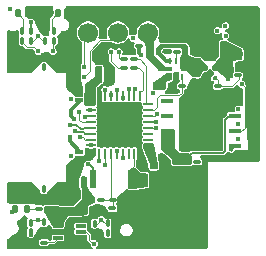
<source format=gbr>
%TF.GenerationSoftware,KiCad,Pcbnew,9.0.6-rc1*%
%TF.CreationDate,2025-11-21T10:50:25+01:00*%
%TF.ProjectId,hardware_V8,68617264-7761-4726-955f-56382e6b6963,rev?*%
%TF.SameCoordinates,Original*%
%TF.FileFunction,Copper,L1,Top*%
%TF.FilePolarity,Positive*%
%FSLAX46Y46*%
G04 Gerber Fmt 4.6, Leading zero omitted, Abs format (unit mm)*
G04 Created by KiCad (PCBNEW 9.0.6-rc1) date 2025-11-21 10:50:25*
%MOMM*%
%LPD*%
G01*
G04 APERTURE LIST*
G04 Aperture macros list*
%AMRoundRect*
0 Rectangle with rounded corners*
0 $1 Rounding radius*
0 $2 $3 $4 $5 $6 $7 $8 $9 X,Y pos of 4 corners*
0 Add a 4 corners polygon primitive as box body*
4,1,4,$2,$3,$4,$5,$6,$7,$8,$9,$2,$3,0*
0 Add four circle primitives for the rounded corners*
1,1,$1+$1,$2,$3*
1,1,$1+$1,$4,$5*
1,1,$1+$1,$6,$7*
1,1,$1+$1,$8,$9*
0 Add four rect primitives between the rounded corners*
20,1,$1+$1,$2,$3,$4,$5,0*
20,1,$1+$1,$4,$5,$6,$7,0*
20,1,$1+$1,$6,$7,$8,$9,0*
20,1,$1+$1,$8,$9,$2,$3,0*%
%AMRotRect*
0 Rectangle, with rotation*
0 The origin of the aperture is its center*
0 $1 length*
0 $2 width*
0 $3 Rotation angle, in degrees counterclockwise*
0 Add horizontal line*
21,1,$1,$2,0,0,$3*%
%AMOutline5P*
0 Free polygon, 5 corners , with rotation*
0 The origin of the aperture is its center*
0 number of corners: always 5*
0 $1 to $10 corner X, Y*
0 $11 Rotation angle, in degrees counterclockwise*
0 create outline with 5 corners*
4,1,5,$1,$2,$3,$4,$5,$6,$7,$8,$9,$10,$1,$2,$11*%
%AMOutline6P*
0 Free polygon, 6 corners , with rotation*
0 The origin of the aperture is its center*
0 number of corners: always 6*
0 $1 to $12 corner X, Y*
0 $13 Rotation angle, in degrees counterclockwise*
0 create outline with 6 corners*
4,1,6,$1,$2,$3,$4,$5,$6,$7,$8,$9,$10,$11,$12,$1,$2,$13*%
%AMOutline7P*
0 Free polygon, 7 corners , with rotation*
0 The origin of the aperture is its center*
0 number of corners: always 7*
0 $1 to $14 corner X, Y*
0 $15 Rotation angle, in degrees counterclockwise*
0 create outline with 7 corners*
4,1,7,$1,$2,$3,$4,$5,$6,$7,$8,$9,$10,$11,$12,$13,$14,$1,$2,$15*%
%AMOutline8P*
0 Free polygon, 8 corners , with rotation*
0 The origin of the aperture is its center*
0 number of corners: always 8*
0 $1 to $16 corner X, Y*
0 $17 Rotation angle, in degrees counterclockwise*
0 create outline with 8 corners*
4,1,8,$1,$2,$3,$4,$5,$6,$7,$8,$9,$10,$11,$12,$13,$14,$15,$16,$1,$2,$17*%
G04 Aperture macros list end*
%TA.AperFunction,SMDPad,CuDef*%
%ADD10R,0.700000X0.400000*%
%TD*%
%TA.AperFunction,SMDPad,CuDef*%
%ADD11RoundRect,0.100000X-0.217500X-0.100000X0.217500X-0.100000X0.217500X0.100000X-0.217500X0.100000X0*%
%TD*%
%TA.AperFunction,SMDPad,CuDef*%
%ADD12R,1.050000X0.450000*%
%TD*%
%TA.AperFunction,SMDPad,CuDef*%
%ADD13R,3.450000X4.350000*%
%TD*%
%TA.AperFunction,SMDPad,CuDef*%
%ADD14RoundRect,0.147500X-0.147500X-0.172500X0.147500X-0.172500X0.147500X0.172500X-0.147500X0.172500X0*%
%TD*%
%TA.AperFunction,SMDPad,CuDef*%
%ADD15RoundRect,0.100000X0.100000X-0.217500X0.100000X0.217500X-0.100000X0.217500X-0.100000X-0.217500X0*%
%TD*%
%TA.AperFunction,SMDPad,CuDef*%
%ADD16RoundRect,0.140000X-0.140000X-0.170000X0.140000X-0.170000X0.140000X0.170000X-0.140000X0.170000X0*%
%TD*%
%TA.AperFunction,SMDPad,CuDef*%
%ADD17RoundRect,0.100000X0.217500X0.100000X-0.217500X0.100000X-0.217500X-0.100000X0.217500X-0.100000X0*%
%TD*%
%TA.AperFunction,SMDPad,CuDef*%
%ADD18RoundRect,0.100000X-0.100000X0.217500X-0.100000X-0.217500X0.100000X-0.217500X0.100000X0.217500X0*%
%TD*%
%TA.AperFunction,SMDPad,CuDef*%
%ADD19R,0.850000X0.300000*%
%TD*%
%TA.AperFunction,SMDPad,CuDef*%
%ADD20R,0.610000X1.420000*%
%TD*%
%TA.AperFunction,SMDPad,CuDef*%
%ADD21R,0.550000X1.500000*%
%TD*%
%TA.AperFunction,SMDPad,CuDef*%
%ADD22RoundRect,0.140000X-0.170000X0.140000X-0.170000X-0.140000X0.170000X-0.140000X0.170000X0.140000X0*%
%TD*%
%TA.AperFunction,SMDPad,CuDef*%
%ADD23R,0.250000X0.550000*%
%TD*%
%TA.AperFunction,SMDPad,CuDef*%
%ADD24R,0.200000X0.550000*%
%TD*%
%TA.AperFunction,SMDPad,CuDef*%
%ADD25R,0.600000X0.300000*%
%TD*%
%TA.AperFunction,SMDPad,CuDef*%
%ADD26RoundRect,0.147500X0.147500X0.172500X-0.147500X0.172500X-0.147500X-0.172500X0.147500X-0.172500X0*%
%TD*%
%TA.AperFunction,SMDPad,CuDef*%
%ADD27RoundRect,0.140000X0.170000X-0.140000X0.170000X0.140000X-0.170000X0.140000X-0.170000X-0.140000X0*%
%TD*%
%TA.AperFunction,SMDPad,CuDef*%
%ADD28RoundRect,0.062500X0.375000X0.062500X-0.375000X0.062500X-0.375000X-0.062500X0.375000X-0.062500X0*%
%TD*%
%TA.AperFunction,SMDPad,CuDef*%
%ADD29RoundRect,0.062500X0.062500X0.375000X-0.062500X0.375000X-0.062500X-0.375000X0.062500X-0.375000X0*%
%TD*%
%TA.AperFunction,HeatsinkPad*%
%ADD30R,3.450000X3.450000*%
%TD*%
%TA.AperFunction,SMDPad,CuDef*%
%ADD31RoundRect,0.140000X0.140000X0.170000X-0.140000X0.170000X-0.140000X-0.170000X0.140000X-0.170000X0*%
%TD*%
%TA.AperFunction,SMDPad,CuDef*%
%ADD32Outline5P,-0.207500X0.150000X0.207500X0.150000X0.207500X0.000000X0.057500X-0.150000X-0.207500X-0.150000X0.000000*%
%TD*%
%TA.AperFunction,SMDPad,CuDef*%
%ADD33Outline5P,-0.207500X0.150000X0.057500X0.150000X0.207500X0.000000X0.207500X-0.150000X-0.207500X-0.150000X0.000000*%
%TD*%
%TA.AperFunction,SMDPad,CuDef*%
%ADD34RotRect,0.500000X0.500000X45.000000*%
%TD*%
%TA.AperFunction,SMDPad,CuDef*%
%ADD35Outline5P,-0.207500X0.000000X-0.057500X0.150000X0.207500X0.150000X0.207500X-0.150000X-0.207500X-0.150000X0.000000*%
%TD*%
%TA.AperFunction,SMDPad,CuDef*%
%ADD36Outline5P,-0.207500X0.150000X0.207500X0.150000X0.207500X-0.150000X-0.057500X-0.150000X-0.207500X0.000000X0.000000*%
%TD*%
%TA.AperFunction,SMDPad,CuDef*%
%ADD37RoundRect,0.150000X-0.150000X-0.625000X0.150000X-0.625000X0.150000X0.625000X-0.150000X0.625000X0*%
%TD*%
%TA.AperFunction,SMDPad,CuDef*%
%ADD38RoundRect,0.250000X-0.350000X-0.650000X0.350000X-0.650000X0.350000X0.650000X-0.350000X0.650000X0*%
%TD*%
%TA.AperFunction,ComponentPad*%
%ADD39C,0.800000*%
%TD*%
%TA.AperFunction,ComponentPad*%
%ADD40O,2.150000X1.000000*%
%TD*%
%TA.AperFunction,ComponentPad*%
%ADD41R,1.700000X1.700000*%
%TD*%
%TA.AperFunction,ComponentPad*%
%ADD42C,1.700000*%
%TD*%
%TA.AperFunction,ViaPad*%
%ADD43C,0.400000*%
%TD*%
%TA.AperFunction,Conductor*%
%ADD44C,0.200000*%
%TD*%
%TA.AperFunction,Conductor*%
%ADD45C,0.400000*%
%TD*%
%TA.AperFunction,Conductor*%
%ADD46C,0.120000*%
%TD*%
%TA.AperFunction,Conductor*%
%ADD47C,0.300000*%
%TD*%
%TA.AperFunction,Conductor*%
%ADD48C,0.160000*%
%TD*%
G04 APERTURE END LIST*
D10*
%TO.P,D1,1,K*%
%TO.N,/D+*%
X117860000Y-95370000D03*
%TO.P,D1,2,A*%
%TO.N,GND*%
X117860000Y-94670000D03*
%TD*%
D11*
%TO.P,C14,1*%
%TO.N,/USB_DETECT*%
X120700000Y-103800000D03*
%TO.P,C14,2*%
%TO.N,GND*%
X121515000Y-103800000D03*
%TD*%
D12*
%TO.P,IC6,1,~{CS}*%
%TO.N,/SPI_CS*%
X131050000Y-99250000D03*
%TO.P,IC6,2,DO_(IO1)*%
%TO.N,/SPI_MISO*%
X131050000Y-97980000D03*
%TO.P,IC6,3,~{WP_(IO2)}*%
%TO.N,3.3V_AUX*%
X131050000Y-96710000D03*
%TO.P,IC6,4,GND_1*%
%TO.N,GND*%
X131050000Y-95440000D03*
%TO.P,IC6,5,DI_(IO0)*%
%TO.N,/SPI_MOSI*%
X125350000Y-95440000D03*
%TO.P,IC6,6,CLK*%
%TO.N,/SPI_CLK*%
X125350000Y-96710000D03*
%TO.P,IC6,7,~{HOLD_OR_}/RESET_(IO3)*%
%TO.N,3.3V_AUX*%
X125350000Y-97980000D03*
%TO.P,IC6,8,VCC*%
X125350000Y-99250000D03*
D13*
%TO.P,IC6,9,GND_2*%
%TO.N,GND*%
X128200000Y-97345000D03*
%TD*%
D14*
%TO.P,LEDGREEN1,1,K*%
%TO.N,GND*%
X115155000Y-87980000D03*
%TO.P,LEDGREEN1,2,A*%
%TO.N,Net-(LEDGREEN1-A)*%
X116125000Y-87980000D03*
%TD*%
D15*
%TO.P,R23,1*%
%TO.N,Net-(J1-CC2)*%
X114900000Y-92547500D03*
%TO.P,R23,2*%
%TO.N,GND*%
X114900000Y-91732500D03*
%TD*%
%TO.P,R9,1*%
%TO.N,/B_PW*%
X113800000Y-90307500D03*
%TO.P,R9,2*%
%TO.N,+3.3V*%
X113800000Y-89492500D03*
%TD*%
D11*
%TO.P,R6,1*%
%TO.N,Net-(U1-PH3)*%
X123362500Y-101750000D03*
%TO.P,R6,2*%
%TO.N,GND*%
X124177500Y-101750000D03*
%TD*%
D16*
%TO.P,C29,1*%
%TO.N,vusb*%
X118120000Y-104700000D03*
%TO.P,C29,2*%
%TO.N,GND*%
X119080000Y-104700000D03*
%TD*%
D11*
%TO.P,R11,1*%
%TO.N,Net-(IC4-TXD)*%
X121685000Y-92600000D03*
%TO.P,R11,2*%
%TO.N,/GPS_TX*%
X122500000Y-92600000D03*
%TD*%
D17*
%TO.P,C25,1*%
%TO.N,Net-(IC4-V_BCKP)*%
X122975000Y-90750000D03*
%TO.P,C25,2*%
%TO.N,GND*%
X122160000Y-90750000D03*
%TD*%
D11*
%TO.P,R4,1*%
%TO.N,Net-(LEDRED1-A)*%
X114442500Y-104550000D03*
%TO.P,R4,2*%
%TO.N,vusb*%
X115257500Y-104550000D03*
%TD*%
D17*
%TO.P,R3,1*%
%TO.N,/USB_DETECT*%
X119707500Y-103800000D03*
%TO.P,R3,2*%
%TO.N,vusb*%
X118892500Y-103800000D03*
%TD*%
D18*
%TO.P,R7,1*%
%TO.N,/B1*%
X113770000Y-105722500D03*
%TO.P,R7,2*%
%TO.N,+3.3V*%
X113770000Y-106537500D03*
%TD*%
D19*
%TO.P,IC5,1,GND*%
%TO.N,GND*%
X118000000Y-107000000D03*
%TO.P,IC5,2,~{CHRG}*%
%TO.N,Net-(IC5-~{CHRG})*%
X118000000Y-106500000D03*
%TO.P,IC5,3,BAT*%
%TO.N,BAT+*%
X118000000Y-106000000D03*
%TO.P,IC5,4,VCC*%
%TO.N,vusb*%
X116100000Y-106000000D03*
%TO.P,IC5,5,~{EN}*%
%TO.N,GND*%
X116100000Y-106500000D03*
%TO.P,IC5,6,PROG*%
%TO.N,Net-(IC5-PROG)*%
X116100000Y-107000000D03*
D20*
%TO.P,IC5,7,EP*%
%TO.N,GND*%
X117050000Y-106500000D03*
%TD*%
D21*
%TO.P,SW4,1,1*%
%TO.N,Net-(U1-PH3)*%
X122275000Y-102050000D03*
%TO.P,SW4,2,2*%
%TO.N,+3.3V*%
X119025000Y-102050000D03*
%TD*%
D11*
%TO.P,R12,1*%
%TO.N,Net-(IC4-RXD)*%
X121685000Y-91900000D03*
%TO.P,R12,2*%
%TO.N,/GPS_RX*%
X122500000Y-91900000D03*
%TD*%
D22*
%TO.P,C4,1*%
%TO.N,BAT+*%
X131400000Y-91450000D03*
%TO.P,C4,2*%
%TO.N,GND*%
X131400000Y-92410000D03*
%TD*%
D17*
%TO.P,R13,1*%
%TO.N,/SPI_CS*%
X127857500Y-100550000D03*
%TO.P,R13,2*%
%TO.N,3.3V_AUX*%
X127042500Y-100550000D03*
%TD*%
%TO.P,C10,1*%
%TO.N,GND*%
X120307500Y-93600000D03*
%TO.P,C10,2*%
%TO.N,+3.3V*%
X119492500Y-93600000D03*
%TD*%
D18*
%TO.P,C6,1*%
%TO.N,/B2*%
X119200000Y-105792500D03*
%TO.P,C6,2*%
%TO.N,GND*%
X119200000Y-106607500D03*
%TD*%
D17*
%TO.P,R19,1*%
%TO.N,GND*%
X121507500Y-104500000D03*
%TO.P,R19,2*%
%TO.N,/USB_DETECT*%
X120692500Y-104500000D03*
%TD*%
D23*
%TO.P,IC1,1,VIN1*%
%TO.N,+3.3V*%
X126590000Y-92000000D03*
D24*
%TO.P,IC1,2,ON1*%
%TO.N,/AUX_EN*%
X126090000Y-92000000D03*
D23*
%TO.P,IC1,3,SR*%
%TO.N,+3.3V*%
X125590000Y-92000000D03*
D25*
%TO.P,IC1,4,VOUT1*%
%TO.N,3.3V_AUX*%
X125440000Y-92675000D03*
D23*
%TO.P,IC1,5,VOUT2*%
%TO.N,3.3V_GPS*%
X125590000Y-93350000D03*
D24*
%TO.P,IC1,6,GND*%
%TO.N,GND*%
X126090000Y-93350000D03*
D23*
%TO.P,IC1,7,ON2*%
%TO.N,/GPS_EN*%
X126590000Y-93350000D03*
D25*
%TO.P,IC1,8,VIN2*%
%TO.N,+3.3V*%
X126740000Y-92675000D03*
%TD*%
D17*
%TO.P,R18,1*%
%TO.N,Net-(U2-EN)*%
X131307500Y-93250000D03*
%TO.P,R18,2*%
%TO.N,BAT+*%
X130492500Y-93250000D03*
%TD*%
D15*
%TO.P,C20,1*%
%TO.N,/B_PW*%
X115000000Y-90307500D03*
%TO.P,C20,2*%
%TO.N,GND*%
X115000000Y-89492500D03*
%TD*%
D26*
%TO.P,LEDBLUE1,1,K*%
%TO.N,GND*%
X113645000Y-87990000D03*
%TO.P,LEDBLUE1,2,A*%
%TO.N,Net-(LEDBLUE1-A)*%
X112675000Y-87990000D03*
%TD*%
D14*
%TO.P,LEDRED1,1,K*%
%TO.N,Net-(IC5-~{CHRG})*%
X112465000Y-104550000D03*
%TO.P,LEDRED1,2,A*%
%TO.N,Net-(LEDRED1-A)*%
X113435000Y-104550000D03*
%TD*%
D11*
%TO.P,R20,1*%
%TO.N,GND*%
X125762500Y-94140000D03*
%TO.P,R20,2*%
%TO.N,/GPS_EN*%
X126577500Y-94140000D03*
%TD*%
D18*
%TO.P,C7,1*%
%TO.N,/B1*%
X114930000Y-105672500D03*
%TO.P,C7,2*%
%TO.N,GND*%
X114930000Y-106487500D03*
%TD*%
D15*
%TO.P,R1,1*%
%TO.N,Net-(U1-PB5)*%
X115750000Y-90307500D03*
%TO.P,R1,2*%
%TO.N,Net-(LEDGREEN1-A)*%
X115750000Y-89492500D03*
%TD*%
D27*
%TO.P,C1,1*%
%TO.N,+3.3V*%
X127740000Y-92250000D03*
%TO.P,C1,2*%
%TO.N,GND*%
X127740000Y-91290000D03*
%TD*%
D28*
%TO.P,U1,1,VDD*%
%TO.N,+3.3V*%
X123740000Y-99180000D03*
%TO.P,U1,2,PC14*%
%TO.N,unconnected-(U1-PC14-Pad2)*%
X123740000Y-98680000D03*
%TO.P,U1,3,PC15*%
%TO.N,unconnected-(U1-PC15-Pad3)*%
X123740000Y-98180000D03*
%TO.P,U1,4,NRST*%
%TO.N,/NRST*%
X123740000Y-97680000D03*
%TO.P,U1,5,VDDA*%
%TO.N,+3.3V*%
X123740000Y-97180000D03*
%TO.P,U1,6,PA0*%
%TO.N,/B_PW*%
X123740000Y-96680000D03*
%TO.P,U1,7,PA1*%
%TO.N,/GPS_EN*%
X123740000Y-96180000D03*
%TO.P,U1,8,PA2*%
%TO.N,/GPS_RX*%
X123740000Y-95680000D03*
D29*
%TO.P,U1,9,PA3*%
%TO.N,/GPS_TX*%
X123052500Y-94992500D03*
%TO.P,U1,10,PA4*%
%TO.N,/AUX_EN*%
X122552500Y-94992500D03*
%TO.P,U1,11,PA5*%
%TO.N,/SPI_CLK*%
X122052500Y-94992500D03*
%TO.P,U1,12,PA6*%
%TO.N,/SPI_MISO*%
X121552500Y-94992500D03*
%TO.P,U1,13,PA7*%
%TO.N,/SPI_MOSI*%
X121052500Y-94992500D03*
%TO.P,U1,14,PB0*%
%TO.N,/ADC_BAT*%
X120552500Y-94992500D03*
%TO.P,U1,15,PB1*%
%TO.N,/SPI_CS*%
X120052500Y-94992500D03*
%TO.P,U1,16,VSS*%
%TO.N,GND*%
X119552500Y-94992500D03*
D28*
%TO.P,U1,17,VDD*%
%TO.N,+3.3V*%
X118865000Y-95680000D03*
%TO.P,U1,18,PA8*%
%TO.N,/GPS_EXTINT*%
X118865000Y-96180000D03*
%TO.P,U1,19,PA9*%
%TO.N,/OLED_SCL*%
X118865000Y-96680000D03*
%TO.P,U1,20,PA10*%
%TO.N,/OLED_SDA*%
X118865000Y-97180000D03*
%TO.P,U1,21,PA11*%
%TO.N,/D-*%
X118865000Y-97680000D03*
%TO.P,U1,22,PA12*%
%TO.N,/D+*%
X118865000Y-98180000D03*
%TO.P,U1,23,PA13*%
%TO.N,/SWDIO*%
X118865000Y-98680000D03*
%TO.P,U1,24,PA14*%
%TO.N,/SWCLK*%
X118865000Y-99180000D03*
D29*
%TO.P,U1,25,PA15*%
%TO.N,/B1*%
X119552500Y-99867500D03*
%TO.P,U1,26,PB3*%
%TO.N,/B2*%
X120052500Y-99867500D03*
%TO.P,U1,27,PB4*%
%TO.N,/USB_DETECT*%
X120552500Y-99867500D03*
%TO.P,U1,28,PB5*%
%TO.N,Net-(U1-PB5)*%
X121052500Y-99867500D03*
%TO.P,U1,29,PB6*%
%TO.N,Net-(U1-PB6)*%
X121552500Y-99867500D03*
%TO.P,U1,30,PB7*%
%TO.N,unconnected-(U1-PB7-Pad30)*%
X122052500Y-99867500D03*
%TO.P,U1,31,PH3*%
%TO.N,Net-(U1-PH3)*%
X122552500Y-99867500D03*
%TO.P,U1,32,VSS*%
%TO.N,GND*%
X123052500Y-99867500D03*
D30*
%TO.P,U1,33,VSS*%
X121302500Y-97430000D03*
%TD*%
D18*
%TO.P,R22,1*%
%TO.N,Net-(J1-CC1)*%
X114890000Y-102862500D03*
%TO.P,R22,2*%
%TO.N,GND*%
X114890000Y-103677500D03*
%TD*%
D31*
%TO.P,C19,1*%
%TO.N,GND*%
X120430000Y-92750000D03*
%TO.P,C19,2*%
%TO.N,+3.3V*%
X119470000Y-92750000D03*
%TD*%
D10*
%TO.P,D2,1,K*%
%TO.N,GND*%
X117900000Y-100430000D03*
%TO.P,D2,2,A*%
%TO.N,/D-*%
X117900000Y-99730000D03*
%TD*%
D32*
%TO.P,U2,1,VOUT*%
%TO.N,+3.3V*%
X128557500Y-92725000D03*
D33*
%TO.P,U2,2,GND*%
%TO.N,GND*%
X128557500Y-93435000D03*
D34*
X128950000Y-93080000D03*
D35*
%TO.P,U2,3,EN*%
%TO.N,Net-(U2-EN)*%
X129342500Y-93435000D03*
D36*
%TO.P,U2,4,VIN*%
%TO.N,BAT+*%
X129342500Y-92725000D03*
%TD*%
D18*
%TO.P,R8,1*%
%TO.N,/B2*%
X120300000Y-105785000D03*
%TO.P,R8,2*%
%TO.N,+3.3V*%
X120300000Y-106600000D03*
%TD*%
D17*
%TO.P,R17,1*%
%TO.N,Net-(IC5-PROG)*%
X114907500Y-107400000D03*
%TO.P,R17,2*%
%TO.N,GND*%
X114092500Y-107400000D03*
%TD*%
D22*
%TO.P,C5,1*%
%TO.N,+3.3V*%
X127740000Y-93110000D03*
%TO.P,C5,2*%
%TO.N,GND*%
X127740000Y-94070000D03*
%TD*%
D17*
%TO.P,C11,1*%
%TO.N,3.3V_AUX*%
X126087500Y-100570000D03*
%TO.P,C11,2*%
%TO.N,GND*%
X125272500Y-100570000D03*
%TD*%
D15*
%TO.P,R2,1*%
%TO.N,Net-(U1-PB6)*%
X113050000Y-90307500D03*
%TO.P,R2,2*%
%TO.N,Net-(LEDBLUE1-A)*%
X113050000Y-89492500D03*
%TD*%
D11*
%TO.P,R21,1*%
%TO.N,GND*%
X125312500Y-91240000D03*
%TO.P,R21,2*%
%TO.N,/AUX_EN*%
X126127500Y-91240000D03*
%TD*%
D37*
%TO.P,U5,1,1*%
%TO.N,GND*%
X129130000Y-91125000D03*
%TO.P,U5,2,2*%
%TO.N,BAT+*%
X130130000Y-91125000D03*
D38*
%TO.P,U5,MP,MP*%
%TO.N,GND*%
X127830000Y-88600000D03*
X131430000Y-88600000D03*
%TD*%
D11*
%TO.P,C13,1*%
%TO.N,GND*%
X123370000Y-100960000D03*
%TO.P,C13,2*%
%TO.N,+3.3V*%
X124185000Y-100960000D03*
%TD*%
%TO.P,C18,1*%
%TO.N,Net-(U1-PH3)*%
X123352500Y-102460000D03*
%TO.P,C18,2*%
%TO.N,GND*%
X124167500Y-102460000D03*
%TD*%
%TO.P,R5,1*%
%TO.N,GND*%
X128810000Y-94150000D03*
%TO.P,R5,2*%
%TO.N,Net-(U2-EN)*%
X129625000Y-94150000D03*
%TD*%
D39*
%TO.P,J1,MH1,MH1*%
%TO.N,GND*%
X117250000Y-101770000D03*
%TO.P,J1,MH2,MH2*%
X117250000Y-93570000D03*
D40*
%TO.P,J1,MH3,MH3*%
X116950000Y-103320000D03*
%TO.P,J1,MH4,MH4*%
X116950000Y-92020000D03*
%TO.P,J1,MH5,MH5*%
X112950000Y-103320000D03*
%TO.P,J1,MH6,MH6*%
X112950000Y-92020000D03*
%TD*%
D41*
%TO.P,J3,1,Pin_1*%
%TO.N,GND*%
X126230000Y-89630000D03*
D42*
%TO.P,J3,2,Pin_2*%
%TO.N,3.3V_AUX*%
X123690000Y-89630000D03*
%TO.P,J3,3,Pin_3*%
%TO.N,/OLED_SCL*%
X121150000Y-89630000D03*
%TO.P,J3,4,Pin_4*%
%TO.N,/OLED_SDA*%
X118610000Y-89630000D03*
%TD*%
D43*
%TO.N,GND*%
X132050000Y-100290000D03*
X131240000Y-100300000D03*
X130550000Y-100300000D03*
X129870000Y-100300000D03*
X129180000Y-100300000D03*
X128530000Y-100300000D03*
%TO.N,/SPI_CS*%
X127857500Y-100550000D03*
%TO.N,3.3V_AUX*%
X129580000Y-89450000D03*
%TO.N,/OLED_SCL*%
X130270000Y-89880000D03*
%TO.N,/OLED_SDA*%
X130260000Y-89050000D03*
%TO.N,GND*%
X132830000Y-100290000D03*
X132830000Y-99590000D03*
X132830000Y-98890000D03*
X132830000Y-98190000D03*
X132830000Y-97490000D03*
X132830000Y-96790000D03*
X132830000Y-96090000D03*
X132830000Y-95390000D03*
X132830000Y-94690000D03*
X132830000Y-93990000D03*
X132830000Y-93290000D03*
X132830000Y-92590000D03*
X132830000Y-91890000D03*
X132830000Y-91190000D03*
X132830000Y-90490000D03*
X132830000Y-89790000D03*
X132830000Y-89090000D03*
X132830000Y-88390000D03*
X132830000Y-87690000D03*
X125160000Y-107610000D03*
X127880000Y-104230000D03*
X127940000Y-107610000D03*
X125100000Y-104220000D03*
X128340000Y-102920000D03*
X128330000Y-102310000D03*
X128340000Y-101660000D03*
X128350000Y-101040000D03*
%TO.N,+3.3V*%
X124400000Y-97180000D03*
X113770000Y-106720000D03*
X124550000Y-91300000D03*
X118600000Y-100750000D03*
X122450000Y-90100000D03*
X118750000Y-94500000D03*
X123950000Y-99800000D03*
X120300000Y-106600000D03*
X113800000Y-88720000D03*
%TO.N,vusb*%
X118300000Y-102100000D03*
X118300000Y-102670000D03*
X117200000Y-100100000D03*
X117200000Y-95240000D03*
%TO.N,/B2*%
X119750000Y-105450000D03*
X120060000Y-100830000D03*
%TO.N,/B1*%
X119560000Y-100500000D03*
X114350000Y-105450000D03*
%TO.N,/AUX_EN*%
X122630000Y-94390000D03*
X126127500Y-91240000D03*
%TO.N,3.3V_AUX*%
X125350000Y-97980000D03*
X125350000Y-99250000D03*
%TO.N,Net-(J1-CC1)*%
X114890000Y-102862500D03*
%TO.N,Net-(J1-CC2)*%
X114900000Y-92547500D03*
%TO.N,Net-(U1-PB5)*%
X121050000Y-99650000D03*
X115670000Y-91200000D03*
%TO.N,/B_PW*%
X124450000Y-96500000D03*
X114390000Y-89880000D03*
%TO.N,Net-(U1-PB6)*%
X121550000Y-100200000D03*
X114420000Y-91220000D03*
%TO.N,BAT+*%
X117800000Y-106000000D03*
X131400000Y-91450000D03*
X130500000Y-93550000D03*
%TO.N,Net-(IC4-V_BCKP)*%
X123150000Y-91500000D03*
%TO.N,3.3V_GPS*%
X124350000Y-94150000D03*
X125000000Y-94150000D03*
%TO.N,/NRST*%
X131350000Y-98650000D03*
X124350000Y-97700000D03*
%TO.N,/D+*%
X117450000Y-96920000D03*
X117550000Y-97920000D03*
%TO.N,/D-*%
X117070000Y-97410000D03*
X117070000Y-98430000D03*
%TO.N,Net-(IC4-RXD)*%
X121250000Y-91250000D03*
%TO.N,Net-(IC4-TXD)*%
X120600000Y-91250000D03*
%TO.N,/OLED_SCL*%
X118300000Y-93350000D03*
X118350000Y-96750000D03*
%TO.N,/OLED_SDA*%
X117900000Y-96350000D03*
X118300000Y-92500000D03*
%TO.N,/SPI_CS*%
X120050000Y-94460000D03*
X130770000Y-99490000D03*
%TO.N,/SWCLK*%
X131350000Y-97400000D03*
X118865000Y-99180000D03*
%TO.N,/SWDIO*%
X117970000Y-98500000D03*
X131350000Y-96100000D03*
%TO.N,/SPI_MISO*%
X121550000Y-95190000D03*
X131640000Y-94000000D03*
%TO.N,/SPI_CLK*%
X122060000Y-94390000D03*
X125350000Y-96710000D03*
%TO.N,/SPI_MOSI*%
X121050000Y-94450000D03*
X125350000Y-95440000D03*
%TO.N,GND*%
X128200000Y-97345000D03*
X124150000Y-94750000D03*
X125500000Y-94550000D03*
X112190000Y-89760000D03*
X117200000Y-100950000D03*
X117050000Y-107200000D03*
X129665000Y-87630000D03*
X121910000Y-87630000D03*
X126700000Y-99245000D03*
X119802500Y-95930000D03*
X131050000Y-95440000D03*
X121302500Y-95930000D03*
X126050000Y-94550000D03*
X121180000Y-107450000D03*
X131780000Y-87630000D03*
X119802500Y-97430000D03*
X130370000Y-87630000D03*
X122650000Y-104250000D03*
X117900000Y-107400000D03*
X119850000Y-89790000D03*
X117050000Y-106300000D03*
X124025000Y-87630000D03*
X122802500Y-97430000D03*
X124730000Y-87630000D03*
X115410000Y-91790000D03*
X120400000Y-90650000D03*
X119700000Y-90950000D03*
X124870000Y-100100000D03*
X125435000Y-87630000D03*
X113125000Y-105450000D03*
X119080000Y-104700000D03*
X131400000Y-92410000D03*
X112040000Y-87630000D03*
X122440000Y-89500000D03*
X119795000Y-87630000D03*
X127550000Y-87630000D03*
X119780000Y-107460000D03*
X118230000Y-105430000D03*
X122650000Y-103560000D03*
X115350000Y-106200000D03*
X114860000Y-87630000D03*
X120500000Y-87630000D03*
X124870000Y-103560000D03*
X118930000Y-99810000D03*
X123320000Y-87630000D03*
X126140000Y-87630000D03*
X126700000Y-97345000D03*
X114092500Y-107400000D03*
X122650000Y-107010000D03*
X121970000Y-107430000D03*
X115400000Y-103650000D03*
X128200000Y-99245000D03*
X126700000Y-95445000D03*
X121515000Y-103800000D03*
X114440000Y-91790000D03*
X112500000Y-107400000D03*
X119090000Y-87630000D03*
X112200000Y-91120000D03*
X120975000Y-105450000D03*
X128290000Y-94120000D03*
X114155000Y-87630000D03*
X124950000Y-90190000D03*
X125630000Y-102270000D03*
X124130000Y-103560000D03*
X120460000Y-107450000D03*
X122802500Y-95930000D03*
X112190000Y-90420000D03*
X129700000Y-99245000D03*
X116380000Y-89810000D03*
X128960000Y-87630000D03*
X126845000Y-87630000D03*
X117680000Y-87630000D03*
X129100000Y-90550000D03*
X122615000Y-87630000D03*
X115030000Y-88630000D03*
X131075000Y-87630000D03*
X127550000Y-90550000D03*
X121302500Y-97430000D03*
X125600000Y-102850000D03*
X116975000Y-87630000D03*
X122650000Y-107700000D03*
X114400000Y-103650000D03*
X117350000Y-89800000D03*
X125312500Y-91240000D03*
X121205000Y-87630000D03*
X118385000Y-87630000D03*
X122802500Y-98930000D03*
X128200000Y-95445000D03*
X122650000Y-106320000D03*
X125610000Y-103560000D03*
X119802500Y-98930000D03*
X122650000Y-104940000D03*
X122650000Y-105630000D03*
X131350000Y-94800000D03*
X121302500Y-98930000D03*
X117200000Y-94390000D03*
X128255000Y-87630000D03*
X120970000Y-106340000D03*
X123390000Y-103560000D03*
X121507500Y-104500000D03*
%TO.N,Net-(IC5-~{CHRG})*%
X112150000Y-104850000D03*
X119150000Y-107500000D03*
%TO.N,/GPS_EXTINT*%
X118800000Y-96180000D03*
%TO.N,/ADC_BAT*%
X120540000Y-94890000D03*
%TD*%
D44*
%TO.N,3.3V_AUX*%
X127042500Y-100207500D02*
X127042500Y-100550000D01*
X127430000Y-99820000D02*
X127042500Y-100207500D01*
X130080000Y-99820000D02*
X127430000Y-99820000D01*
X130250000Y-99650000D02*
X130080000Y-99820000D01*
X130250000Y-97000000D02*
X130250000Y-99650000D01*
X130540000Y-96710000D02*
X130250000Y-97000000D01*
X131050000Y-96710000D02*
X130540000Y-96710000D01*
D45*
%TO.N,BAT+*%
X131065000Y-91115000D02*
X130140000Y-91115000D01*
X130140000Y-91115000D02*
X130130000Y-91125000D01*
X131400000Y-91450000D02*
X131065000Y-91115000D01*
D46*
%TO.N,/SPI_MISO*%
X131570000Y-97980000D02*
X131050000Y-97980000D01*
X131880000Y-97670000D02*
X131570000Y-97980000D01*
X131880000Y-94230000D02*
X131880000Y-97670000D01*
X131650000Y-94000000D02*
X131880000Y-94230000D01*
X131640000Y-94000000D02*
X131650000Y-94000000D01*
%TO.N,/SPI_CS*%
X130770000Y-99490000D02*
X130770000Y-99650000D01*
X130770000Y-99490000D02*
X130810000Y-99490000D01*
X130810000Y-99490000D02*
X131050000Y-99250000D01*
D44*
%TO.N,+3.3V*%
X119050000Y-101100000D02*
X119050000Y-102025000D01*
D47*
X125250000Y-92000000D02*
X125590000Y-92000000D01*
X124550000Y-91300000D02*
X125250000Y-92000000D01*
D44*
X124400000Y-97180000D02*
X123740000Y-97180000D01*
X118700000Y-100750000D02*
X119050000Y-101100000D01*
X119050000Y-102025000D02*
X119025000Y-102050000D01*
X118600000Y-100750000D02*
X118700000Y-100750000D01*
X113800000Y-89492500D02*
X113800000Y-88720000D01*
D46*
%TO.N,/B2*%
X119750000Y-105460000D02*
X120075000Y-105785000D01*
X119407500Y-105792500D02*
X119200000Y-105792500D01*
X119750000Y-105450000D02*
X119750000Y-105460000D01*
X120060000Y-100830000D02*
X120050000Y-100840000D01*
X120075000Y-105785000D02*
X120300000Y-105785000D01*
X119750000Y-105450000D02*
X119407500Y-105792500D01*
X120050000Y-100840000D02*
X120050000Y-99870000D01*
X120050000Y-99870000D02*
X120052500Y-99867500D01*
%TO.N,/B1*%
X119560000Y-100415000D02*
X119552500Y-100407500D01*
X113835000Y-105450000D02*
X114350000Y-105450000D01*
X113730000Y-105555000D02*
X113835000Y-105450000D01*
X119552500Y-100407500D02*
X119552500Y-99867500D01*
X114930000Y-105672500D02*
X114930000Y-105490000D01*
X113730000Y-105682500D02*
X113730000Y-105555000D01*
X114890000Y-105450000D02*
X114350000Y-105450000D01*
X113770000Y-105722500D02*
X113730000Y-105682500D01*
X119560000Y-100500000D02*
X119560000Y-100415000D01*
X114930000Y-105490000D02*
X114890000Y-105450000D01*
%TO.N,/AUX_EN*%
X126090000Y-92000000D02*
X126090000Y-91277500D01*
X122552500Y-94467500D02*
X122630000Y-94390000D01*
X122552500Y-94992500D02*
X122552500Y-94467500D01*
X126090000Y-91277500D02*
X126127500Y-91240000D01*
%TO.N,/USB_DETECT*%
X120552500Y-103652500D02*
X120700000Y-103800000D01*
X120700000Y-104492500D02*
X120692500Y-104500000D01*
X120552500Y-99867500D02*
X120552500Y-103652500D01*
X120700000Y-103800000D02*
X119707500Y-103800000D01*
X120700000Y-103800000D02*
X120700000Y-104492500D01*
%TO.N,Net-(U1-PB5)*%
X115670000Y-91200000D02*
X115670000Y-90387500D01*
X115670000Y-90387500D02*
X115750000Y-90307500D01*
%TO.N,/B_PW*%
X113800000Y-90307500D02*
X113962500Y-90307500D01*
X114817500Y-90307500D02*
X114390000Y-89880000D01*
X124270000Y-96680000D02*
X123740000Y-96680000D01*
X124450000Y-96500000D02*
X124270000Y-96680000D01*
X113962500Y-90307500D02*
X114390000Y-89880000D01*
X115000000Y-90307500D02*
X114817500Y-90307500D01*
%TO.N,Net-(U1-PB6)*%
X113480000Y-90880000D02*
X113000000Y-90400000D01*
X113000000Y-90400000D02*
X113000000Y-90357500D01*
X114420000Y-91210000D02*
X114090000Y-90880000D01*
X114420000Y-91220000D02*
X114420000Y-91210000D01*
X114090000Y-90880000D02*
X113480000Y-90880000D01*
X113000000Y-90357500D02*
X113050000Y-90307500D01*
D44*
%TO.N,BAT+*%
X130500000Y-93257500D02*
X130492500Y-93250000D01*
X130500000Y-93550000D02*
X130500000Y-93257500D01*
D47*
%TO.N,Net-(IC4-V_BCKP)*%
X123150000Y-91500000D02*
X122975000Y-91325000D01*
X122975000Y-91325000D02*
X122975000Y-90750000D01*
D46*
%TO.N,/NRST*%
X124350000Y-97700000D02*
X124250000Y-97700000D01*
X124230000Y-97680000D02*
X123740000Y-97680000D01*
X124250000Y-97700000D02*
X124230000Y-97680000D01*
D47*
%TO.N,/D+*%
X117860000Y-95370000D02*
X117890000Y-95400000D01*
X117890000Y-95400000D02*
X117890000Y-95500000D01*
X117210000Y-96680000D02*
X117450000Y-96920000D01*
X117890000Y-95500000D02*
X117210000Y-96180000D01*
D48*
X117690000Y-98060000D02*
X118260000Y-98060000D01*
X118370000Y-98170000D02*
X118855000Y-98170000D01*
D47*
X117210000Y-96180000D02*
X117210000Y-96680000D01*
D48*
X118260000Y-98060000D02*
X118370000Y-98170000D01*
X118855000Y-98170000D02*
X118865000Y-98180000D01*
X117550000Y-97920000D02*
X117690000Y-98060000D01*
D47*
%TO.N,/D-*%
X117900000Y-99650000D02*
X117070000Y-98820000D01*
X117900000Y-99730000D02*
X117900000Y-99650000D01*
D48*
X118230000Y-97780000D02*
X118010000Y-97780000D01*
X118010000Y-97780000D02*
X117640000Y-97410000D01*
D47*
X117070000Y-98820000D02*
X117070000Y-98430000D01*
D48*
X118865000Y-97680000D02*
X118330000Y-97680000D01*
X117640000Y-97410000D02*
X117070000Y-97410000D01*
X118330000Y-97680000D02*
X118230000Y-97780000D01*
D46*
%TO.N,Net-(IC4-RXD)*%
X121250000Y-91750000D02*
X121400000Y-91900000D01*
X121400000Y-91900000D02*
X121685000Y-91900000D01*
X121250000Y-91250000D02*
X121250000Y-91750000D01*
%TO.N,Net-(IC4-TXD)*%
X120600000Y-92050000D02*
X121150000Y-92600000D01*
X121150000Y-92600000D02*
X121685000Y-92600000D01*
X120600000Y-91250000D02*
X120600000Y-92050000D01*
%TO.N,Net-(IC5-PROG)*%
X116100000Y-107000000D02*
X115710000Y-107390000D01*
X114917500Y-107390000D02*
X114907500Y-107400000D01*
X115710000Y-107390000D02*
X114917500Y-107390000D01*
%TO.N,/OLED_SCL*%
X118800000Y-92850000D02*
X118800000Y-91150000D01*
X118800000Y-91150000D02*
X119660000Y-90290000D01*
X118865000Y-96680000D02*
X118420000Y-96680000D01*
X118420000Y-96680000D02*
X118350000Y-96750000D01*
X118300000Y-93350000D02*
X118800000Y-92850000D01*
X119660000Y-90290000D02*
X120490000Y-90290000D01*
X120490000Y-90290000D02*
X121150000Y-89630000D01*
%TO.N,/OLED_SDA*%
X118300000Y-89940000D02*
X118610000Y-89630000D01*
X118300000Y-92500000D02*
X118300000Y-89940000D01*
X117900000Y-97000000D02*
X118080000Y-97180000D01*
X118080000Y-97180000D02*
X118865000Y-97180000D01*
X117900000Y-96350000D02*
X117900000Y-97000000D01*
%TO.N,Net-(LEDBLUE1-A)*%
X113160000Y-89332500D02*
X113050000Y-89442500D01*
X112720000Y-87990000D02*
X113160000Y-88430000D01*
X112675000Y-87990000D02*
X112720000Y-87990000D01*
X113160000Y-88430000D02*
X113160000Y-89332500D01*
X113050000Y-89442500D02*
X113050000Y-89492500D01*
%TO.N,Net-(LEDGREEN1-A)*%
X116105000Y-88000000D02*
X116010000Y-88000000D01*
X115540000Y-88470000D02*
X115540000Y-89232500D01*
X115540000Y-89232500D02*
X115750000Y-89442500D01*
X116010000Y-88000000D02*
X115540000Y-88470000D01*
X115750000Y-89442500D02*
X115750000Y-89492500D01*
X116125000Y-87980000D02*
X116105000Y-88000000D01*
%TO.N,/GPS_TX*%
X123052500Y-94687500D02*
X123052500Y-94992500D01*
X122900000Y-92600000D02*
X123280000Y-92980000D01*
X123280000Y-94460000D02*
X123052500Y-94687500D01*
X123280000Y-92980000D02*
X123280000Y-94460000D01*
X122500000Y-92600000D02*
X122900000Y-92600000D01*
%TO.N,/GPS_RX*%
X123740000Y-95680000D02*
X123680000Y-95680000D01*
X123570000Y-92470000D02*
X123000000Y-91900000D01*
X123000000Y-91900000D02*
X122500000Y-91900000D01*
X123680000Y-95680000D02*
X123570000Y-95570000D01*
X123570000Y-95570000D02*
X123570000Y-92470000D01*
%TO.N,/SPI_CS*%
X120050000Y-94990000D02*
X120052500Y-94992500D01*
X120050000Y-94460000D02*
X120050000Y-94990000D01*
%TO.N,/SWDIO*%
X118360000Y-98680000D02*
X118865000Y-98680000D01*
X118180000Y-98500000D02*
X118360000Y-98680000D01*
X117970000Y-98500000D02*
X118180000Y-98500000D01*
%TO.N,/SPI_CLK*%
X122060000Y-94445000D02*
X122052500Y-94452500D01*
X122060000Y-94390000D02*
X122060000Y-94445000D01*
X122052500Y-94452500D02*
X122052500Y-94992500D01*
%TO.N,/SPI_MOSI*%
X121052500Y-94452500D02*
X121052500Y-94992500D01*
X121050000Y-94450000D02*
X121052500Y-94452500D01*
%TO.N,/GPS_EN*%
X126590000Y-93350000D02*
X126590000Y-94127500D01*
X124730000Y-94940000D02*
X126360000Y-94940000D01*
X124240000Y-96180000D02*
X124470000Y-95950000D01*
X126577500Y-94722500D02*
X126577500Y-94140000D01*
X124470000Y-95950000D02*
X124470000Y-95200000D01*
X126590000Y-94127500D02*
X126577500Y-94140000D01*
X124470000Y-95200000D02*
X124730000Y-94940000D01*
X126360000Y-94940000D02*
X126577500Y-94722500D01*
X123740000Y-96180000D02*
X124240000Y-96180000D01*
%TO.N,Net-(U2-EN)*%
X129342500Y-93435000D02*
X129415000Y-93435000D01*
X130800000Y-94150000D02*
X129625000Y-94150000D01*
X129415000Y-93435000D02*
X129625000Y-93645000D01*
X131417500Y-93360000D02*
X131417500Y-93532500D01*
X131307500Y-93250000D02*
X131417500Y-93360000D01*
X129625000Y-93645000D02*
X129625000Y-94150000D01*
X131417500Y-93532500D02*
X130800000Y-94150000D01*
%TO.N,Net-(U1-PH3)*%
X122552500Y-99867500D02*
X122552500Y-100947500D01*
X122552500Y-100947500D02*
X122250000Y-101250000D01*
X122250000Y-102025000D02*
X122275000Y-102050000D01*
X122250000Y-101250000D02*
X122250000Y-102025000D01*
%TO.N,Net-(IC5-~{CHRG})*%
X118740000Y-107180000D02*
X119060000Y-107500000D01*
X119060000Y-107500000D02*
X119150000Y-107500000D01*
X118690000Y-106730000D02*
X118740000Y-106780000D01*
X118000000Y-106500000D02*
X118460000Y-106500000D01*
X112200000Y-104750000D02*
X112150000Y-104800000D01*
X112150000Y-104800000D02*
X112150000Y-104850000D01*
X112465000Y-104550000D02*
X112400000Y-104550000D01*
X112400000Y-104550000D02*
X112200000Y-104750000D01*
X118460000Y-106500000D02*
X118690000Y-106730000D01*
X118740000Y-106780000D02*
X118740000Y-107180000D01*
%TO.N,Net-(LEDRED1-A)*%
X114442500Y-104550000D02*
X113435000Y-104550000D01*
%TD*%
%TA.AperFunction,Conductor*%
%TO.N,3.3V_GPS*%
G36*
X125693039Y-93069685D02*
G01*
X125738794Y-93122489D01*
X125750000Y-93174000D01*
X125750000Y-93557740D01*
X125730315Y-93624779D01*
X125677511Y-93670534D01*
X125661631Y-93676510D01*
X125250000Y-93799999D01*
X125250000Y-94326000D01*
X125230315Y-94393039D01*
X125177511Y-94438794D01*
X125126000Y-94450000D01*
X124224000Y-94450000D01*
X124156961Y-94430315D01*
X124111206Y-94377511D01*
X124100000Y-94326000D01*
X124100000Y-93917567D01*
X124119685Y-93850528D01*
X124156776Y-93813370D01*
X124177502Y-93799999D01*
X125309305Y-93069802D01*
X125326506Y-93064719D01*
X125341594Y-93055023D01*
X125376102Y-93050061D01*
X125376310Y-93050000D01*
X125626000Y-93050000D01*
X125693039Y-93069685D01*
G37*
%TD.AperFunction*%
%TD*%
%TA.AperFunction,Conductor*%
%TO.N,3.3V_AUX*%
G36*
X125896633Y-97769685D02*
G01*
X125942388Y-97822489D01*
X125953540Y-97870355D01*
X125999999Y-99449998D01*
X125999999Y-99449999D01*
X126000000Y-99450000D01*
X126450000Y-99800000D01*
X127123364Y-99800000D01*
X127190403Y-99819685D01*
X127234273Y-99868546D01*
X127386909Y-100173818D01*
X127400000Y-100229272D01*
X127400000Y-100676000D01*
X127380315Y-100743039D01*
X127327511Y-100788794D01*
X127276000Y-100800000D01*
X125874000Y-100800000D01*
X125806961Y-100780315D01*
X125761206Y-100727511D01*
X125750000Y-100676000D01*
X125750000Y-100350000D01*
X125749999Y-100349999D01*
X124815134Y-99537073D01*
X124777462Y-99478229D01*
X124772500Y-99443502D01*
X124772500Y-97874000D01*
X124792185Y-97806961D01*
X124844989Y-97761206D01*
X124896500Y-97750000D01*
X125829594Y-97750000D01*
X125896633Y-97769685D01*
G37*
%TD.AperFunction*%
%TD*%
%TA.AperFunction,Conductor*%
%TO.N,+3.3V*%
G36*
X126953703Y-90619685D02*
G01*
X126976682Y-90638720D01*
X127085695Y-90753789D01*
X127117511Y-90815994D01*
X127119674Y-90839877D01*
X127114999Y-91556850D01*
X127699994Y-91769998D01*
X127699995Y-91769998D01*
X127700000Y-91770000D01*
X128088752Y-91770000D01*
X128155791Y-91789685D01*
X128187223Y-91818638D01*
X128741767Y-92543234D01*
X128749415Y-92563093D01*
X128761365Y-92580705D01*
X128765417Y-92604641D01*
X128766879Y-92608435D01*
X128767257Y-92615503D01*
X128768579Y-92668491D01*
X128750573Y-92736001D01*
X128732126Y-92759438D01*
X128651700Y-92839548D01*
X128590312Y-92872912D01*
X128564192Y-92875694D01*
X128349075Y-92875694D01*
X128091952Y-93339998D01*
X128042254Y-93389108D01*
X127982562Y-93403922D01*
X127504002Y-93400397D01*
X127437109Y-93380219D01*
X127413508Y-93360190D01*
X126900000Y-92800000D01*
X126574000Y-92800000D01*
X126506961Y-92780315D01*
X126461206Y-92727511D01*
X126450000Y-92676000D01*
X126450000Y-91728219D01*
X126462211Y-91674560D01*
X126570000Y-91450000D01*
X126580000Y-90980000D01*
X126497330Y-90938665D01*
X126439999Y-90909999D01*
X126440000Y-90909999D01*
X124999930Y-90900068D01*
X124990000Y-90900000D01*
X124989999Y-90900000D01*
X124809999Y-91070000D01*
X124801644Y-91279358D01*
X124794576Y-91300299D01*
X124792137Y-91322267D01*
X124780720Y-91341354D01*
X124779302Y-91345559D01*
X124774021Y-91352557D01*
X124667219Y-91484144D01*
X124609688Y-91523791D01*
X124570941Y-91530000D01*
X124509598Y-91530000D01*
X124442559Y-91510315D01*
X124412774Y-91483466D01*
X124399080Y-91466350D01*
X124372569Y-91401706D01*
X124372021Y-91383509D01*
X124388270Y-91009770D01*
X124410848Y-90943652D01*
X124414523Y-90938711D01*
X124642766Y-90647505D01*
X124699614Y-90606886D01*
X124740360Y-90600000D01*
X126886664Y-90600000D01*
X126953703Y-90619685D01*
G37*
%TD.AperFunction*%
%TD*%
%TA.AperFunction,Conductor*%
%TO.N,vusb*%
G36*
X118463039Y-101819685D02*
G01*
X118508794Y-101872489D01*
X118520000Y-101924000D01*
X118520000Y-102550001D01*
X118633073Y-102747223D01*
X118633074Y-102747223D01*
X118649500Y-102775874D01*
X118649501Y-102809898D01*
X118655331Y-102839213D01*
X118677543Y-102872457D01*
X118710787Y-102894669D01*
X118718488Y-102896200D01*
X118736326Y-102927313D01*
X118949999Y-103299999D01*
X118950003Y-103300004D01*
X119213681Y-103563681D01*
X119247166Y-103625004D01*
X119250000Y-103651362D01*
X119250000Y-103963951D01*
X119230315Y-104030990D01*
X119177511Y-104076745D01*
X119169393Y-104080111D01*
X118600000Y-104292814D01*
X118600000Y-104916881D01*
X118580315Y-104983920D01*
X118527511Y-105029675D01*
X118500629Y-105038410D01*
X117962193Y-105147529D01*
X117937564Y-105150000D01*
X116900000Y-105150000D01*
X116550000Y-105750000D01*
X116550000Y-105750001D01*
X116550000Y-106026000D01*
X116530315Y-106093039D01*
X116477511Y-106138794D01*
X116426000Y-106150000D01*
X115769544Y-106150000D01*
X115702505Y-106130315D01*
X115663737Y-106090660D01*
X115152744Y-105254491D01*
X115147642Y-105245285D01*
X115039837Y-105029675D01*
X114913091Y-104776182D01*
X114900000Y-104720728D01*
X114900000Y-104436005D01*
X114919685Y-104368966D01*
X114972489Y-104323211D01*
X115024196Y-104312005D01*
X115773574Y-104313211D01*
X115786401Y-104313899D01*
X116600000Y-104400000D01*
X117450000Y-104400000D01*
X118150000Y-103700000D01*
X118150000Y-103000000D01*
X118120925Y-102927313D01*
X117998869Y-102622172D01*
X117990000Y-102576120D01*
X117990000Y-101924000D01*
X118009685Y-101856961D01*
X118062489Y-101811206D01*
X118114000Y-101800000D01*
X118396000Y-101800000D01*
X118463039Y-101819685D01*
G37*
%TD.AperFunction*%
%TD*%
%TA.AperFunction,Conductor*%
%TO.N,BAT+*%
G36*
X130376841Y-90363917D02*
G01*
X130459853Y-90406961D01*
X131633079Y-91015300D01*
X131683533Y-91063635D01*
X131700000Y-91125382D01*
X131700000Y-91806000D01*
X131680315Y-91873039D01*
X131627511Y-91918794D01*
X131576000Y-91930000D01*
X131400000Y-91930000D01*
X130940000Y-92067432D01*
X130946494Y-92965364D01*
X130927295Y-93032544D01*
X130925600Y-93035151D01*
X130901132Y-93071770D01*
X130901131Y-93071770D01*
X130889500Y-93130247D01*
X130889500Y-93326000D01*
X130869815Y-93393039D01*
X130817011Y-93438794D01*
X130765500Y-93450000D01*
X130388904Y-93450000D01*
X130321865Y-93430315D01*
X130316559Y-93426708D01*
X129550280Y-92875949D01*
X129337838Y-92876201D01*
X129308313Y-92867569D01*
X129278264Y-92861033D01*
X129273337Y-92857345D01*
X129270775Y-92856596D01*
X129250010Y-92839882D01*
X129171649Y-92761521D01*
X129138164Y-92700198D01*
X129135335Y-92672720D01*
X129135876Y-92613192D01*
X129156169Y-92546337D01*
X129159141Y-92542008D01*
X129800000Y-91650000D01*
X129800000Y-90474000D01*
X129819685Y-90406961D01*
X129872489Y-90361206D01*
X129924000Y-90350000D01*
X130319763Y-90350000D01*
X130376841Y-90363917D01*
G37*
%TD.AperFunction*%
%TD*%
%TA.AperFunction,Conductor*%
%TO.N,+3.3V*%
G36*
X119793039Y-92469685D02*
G01*
X119838794Y-92522489D01*
X119850000Y-92574000D01*
X119850000Y-93748344D01*
X119830315Y-93815383D01*
X119777511Y-93861138D01*
X119750319Y-93869936D01*
X119600000Y-93899999D01*
X119300001Y-94249998D01*
X119300000Y-94250001D01*
X119300000Y-95676000D01*
X119280315Y-95743039D01*
X119227511Y-95788794D01*
X119176000Y-95800000D01*
X118427593Y-95800000D01*
X118417204Y-95796949D01*
X118406448Y-95798184D01*
X118384265Y-95787277D01*
X118360554Y-95780315D01*
X118353465Y-95772134D01*
X118343747Y-95767356D01*
X118330981Y-95746186D01*
X118314799Y-95727511D01*
X118312308Y-95715220D01*
X118307667Y-95707523D01*
X118303644Y-95672459D01*
X118305284Y-95615049D01*
X118307615Y-95594401D01*
X118310500Y-95579899D01*
X118310499Y-95434222D01*
X118310549Y-95430774D01*
X118348312Y-94109063D01*
X118369903Y-94042615D01*
X118396933Y-94014109D01*
X119200000Y-93400000D01*
X119200000Y-92574000D01*
X119219685Y-92506961D01*
X119272489Y-92461206D01*
X119324000Y-92450000D01*
X119726000Y-92450000D01*
X119793039Y-92469685D01*
G37*
%TD.AperFunction*%
%TD*%
%TA.AperFunction,Conductor*%
%TO.N,3.3V_AUX*%
G36*
X124351139Y-89666667D02*
G01*
X124417821Y-89687532D01*
X124462637Y-89741135D01*
X124471358Y-89810458D01*
X124461836Y-89841960D01*
X124240000Y-90329997D01*
X124239999Y-90330001D01*
X124249999Y-91499998D01*
X124250000Y-91500000D01*
X125140000Y-92500000D01*
X125626000Y-92500000D01*
X125634685Y-92502550D01*
X125643647Y-92501262D01*
X125667687Y-92512240D01*
X125693039Y-92519685D01*
X125698966Y-92526525D01*
X125707203Y-92530287D01*
X125721492Y-92552521D01*
X125738794Y-92572489D01*
X125741081Y-92583003D01*
X125744977Y-92589065D01*
X125750000Y-92624000D01*
X125750000Y-92726000D01*
X125730315Y-92793039D01*
X125677511Y-92838794D01*
X125626000Y-92850000D01*
X124606312Y-92850000D01*
X124539273Y-92830315D01*
X124512944Y-92807599D01*
X123540632Y-91695050D01*
X123511338Y-91631618D01*
X123510000Y-91613451D01*
X123510000Y-90820001D01*
X123509998Y-90819995D01*
X123370000Y-90450000D01*
X122898132Y-90096099D01*
X122896337Y-90093697D01*
X122893583Y-90092518D01*
X122875561Y-90065891D01*
X122856311Y-90040128D01*
X122855591Y-90036387D01*
X122854420Y-90034656D01*
X122848567Y-89999855D01*
X122843076Y-89769210D01*
X122861159Y-89701723D01*
X122912859Y-89654725D01*
X122969226Y-89642280D01*
X124351139Y-89666667D01*
G37*
%TD.AperFunction*%
%TD*%
%TA.AperFunction,Conductor*%
%TO.N,Net-(U1-PH3)*%
G36*
X122572776Y-101119685D02*
G01*
X122584247Y-101128020D01*
X123100000Y-101550000D01*
X123576000Y-101550000D01*
X123643039Y-101569685D01*
X123688794Y-101622489D01*
X123700000Y-101674000D01*
X123700000Y-102590535D01*
X123680315Y-102657574D01*
X123627511Y-102703329D01*
X123591380Y-102713577D01*
X122507664Y-102849042D01*
X122492284Y-102850000D01*
X122124000Y-102850000D01*
X122056961Y-102830315D01*
X122011206Y-102777511D01*
X122000000Y-102726000D01*
X122000000Y-101366362D01*
X122019685Y-101299323D01*
X122055215Y-101263189D01*
X122268761Y-101120826D01*
X122286752Y-101115213D01*
X122302609Y-101105023D01*
X122333787Y-101100540D01*
X122335461Y-101100018D01*
X122337544Y-101100000D01*
X122505737Y-101100000D01*
X122572776Y-101119685D01*
G37*
%TD.AperFunction*%
%TD*%
%TA.AperFunction,Conductor*%
%TO.N,+3.3V*%
G36*
X124098401Y-98999944D02*
G01*
X124165430Y-99019665D01*
X124211156Y-99072494D01*
X124219925Y-99099626D01*
X124547592Y-100737960D01*
X124550000Y-100762278D01*
X124550000Y-101076000D01*
X124530315Y-101143039D01*
X124477511Y-101188794D01*
X124426000Y-101200000D01*
X123974000Y-101200000D01*
X123906961Y-101180315D01*
X123861206Y-101127511D01*
X123850000Y-101076000D01*
X123850000Y-100750002D01*
X123849999Y-100749998D01*
X123845231Y-100737960D01*
X123302914Y-99368609D01*
X123301561Y-99361520D01*
X123299225Y-99357885D01*
X123294202Y-99322950D01*
X123294202Y-99123571D01*
X123313887Y-99056532D01*
X123366691Y-99010777D01*
X123418269Y-98999571D01*
X124098401Y-98999944D01*
G37*
%TD.AperFunction*%
%TD*%
%TA.AperFunction,Conductor*%
%TO.N,GND*%
G36*
X133025615Y-87400291D02*
G01*
X133092636Y-87420038D01*
X133138342Y-87472884D01*
X133149500Y-87524291D01*
X133149500Y-100456000D01*
X133129815Y-100523039D01*
X133077011Y-100568794D01*
X133025500Y-100580000D01*
X128760000Y-100580000D01*
X128760000Y-107835500D01*
X128740315Y-107902539D01*
X128687511Y-107948294D01*
X128636000Y-107959500D01*
X119414344Y-107959500D01*
X119347305Y-107939815D01*
X119301550Y-107887011D01*
X119291606Y-107817853D01*
X119320631Y-107754297D01*
X119328984Y-107746427D01*
X119328764Y-107746207D01*
X119334511Y-107740460D01*
X119390460Y-107684511D01*
X119430021Y-107615989D01*
X119450500Y-107539562D01*
X119450500Y-107460438D01*
X119430021Y-107384011D01*
X119430017Y-107384004D01*
X119390464Y-107315495D01*
X119390458Y-107315487D01*
X119334512Y-107259541D01*
X119334504Y-107259535D01*
X119265995Y-107219982D01*
X119265990Y-107219979D01*
X119235932Y-107211925D01*
X119189562Y-107199500D01*
X119110438Y-107199500D01*
X119110435Y-107199500D01*
X119081826Y-107207166D01*
X119069826Y-107206880D01*
X119058580Y-107211075D01*
X119035545Y-107206064D01*
X119011976Y-107205503D01*
X119000328Y-107198403D01*
X118990307Y-107196223D01*
X118962053Y-107175072D01*
X118936819Y-107149838D01*
X118903334Y-107088515D01*
X118900500Y-107062157D01*
X118900500Y-106748076D01*
X118900500Y-106748075D01*
X118876065Y-106689084D01*
X118830916Y-106643935D01*
X118780916Y-106593935D01*
X118551705Y-106364724D01*
X118524823Y-106324492D01*
X118520151Y-106313212D01*
X118519669Y-106310787D01*
X118518294Y-106308730D01*
X118513622Y-106297448D01*
X118511140Y-106274362D01*
X118504205Y-106252208D01*
X118507477Y-106240279D01*
X118506156Y-106227979D01*
X118516548Y-106207218D01*
X118518047Y-106201756D01*
X118514996Y-106200493D01*
X118519668Y-106189214D01*
X118519669Y-106189213D01*
X118525500Y-106159899D01*
X118525499Y-105840102D01*
X118519669Y-105810787D01*
X118519668Y-105810785D01*
X118497457Y-105777542D01*
X118464214Y-105755332D01*
X118464215Y-105755332D01*
X118464213Y-105755331D01*
X118464211Y-105755330D01*
X118464208Y-105755329D01*
X118434901Y-105749500D01*
X118434899Y-105749500D01*
X118000347Y-105749500D01*
X117938349Y-105732888D01*
X117915989Y-105719979D01*
X117915990Y-105719979D01*
X117890513Y-105713152D01*
X117839562Y-105699500D01*
X117760438Y-105699500D01*
X117684011Y-105719979D01*
X117661648Y-105732890D01*
X117599655Y-105749500D01*
X117565105Y-105749500D01*
X117565096Y-105749501D01*
X117535787Y-105755330D01*
X117502542Y-105777542D01*
X117480332Y-105810785D01*
X117480329Y-105810791D01*
X117474500Y-105840098D01*
X117474500Y-106159894D01*
X117474501Y-106159902D01*
X117480330Y-106189212D01*
X117485004Y-106200496D01*
X117481449Y-106201968D01*
X117495795Y-106247805D01*
X117481950Y-106298241D01*
X117485004Y-106299507D01*
X117480329Y-106310791D01*
X117474500Y-106340098D01*
X117474500Y-106659894D01*
X117474501Y-106659902D01*
X117480330Y-106689212D01*
X117502542Y-106722457D01*
X117507097Y-106725500D01*
X117535787Y-106744669D01*
X117535790Y-106744669D01*
X117535791Y-106744670D01*
X117545647Y-106746630D01*
X117565101Y-106750500D01*
X118432156Y-106750499D01*
X118461602Y-106759145D01*
X118491583Y-106765667D01*
X118496596Y-106769419D01*
X118499195Y-106770183D01*
X118519837Y-106786818D01*
X118543181Y-106810162D01*
X118576666Y-106871485D01*
X118579500Y-106897843D01*
X118579500Y-107148075D01*
X118579500Y-107211925D01*
X118603935Y-107270916D01*
X118603936Y-107270917D01*
X118817557Y-107484538D01*
X118849650Y-107540124D01*
X118869977Y-107615984D01*
X118869982Y-107615995D01*
X118909535Y-107684504D01*
X118909541Y-107684512D01*
X118971236Y-107746207D01*
X118969234Y-107748208D01*
X119002343Y-107793547D01*
X119006501Y-107863292D01*
X118972292Y-107924214D01*
X118910576Y-107956970D01*
X118885656Y-107959500D01*
X111894500Y-107959500D01*
X111827461Y-107939815D01*
X111781706Y-107887011D01*
X111770500Y-107835500D01*
X111770500Y-107280247D01*
X114489500Y-107280247D01*
X114489500Y-107519752D01*
X114501131Y-107578229D01*
X114501132Y-107578230D01*
X114545447Y-107644552D01*
X114611769Y-107688867D01*
X114611770Y-107688868D01*
X114670247Y-107700499D01*
X114670250Y-107700500D01*
X114670252Y-107700500D01*
X115144750Y-107700500D01*
X115144751Y-107700499D01*
X115159568Y-107697552D01*
X115203229Y-107688868D01*
X115203229Y-107688867D01*
X115203231Y-107688867D01*
X115269552Y-107644552D01*
X115269553Y-107644551D01*
X115295575Y-107605608D01*
X115349187Y-107560804D01*
X115398676Y-107550500D01*
X115741924Y-107550500D01*
X115741925Y-107550500D01*
X115800916Y-107526065D01*
X116040163Y-107286816D01*
X116101484Y-107253333D01*
X116127843Y-107250499D01*
X116534895Y-107250499D01*
X116534898Y-107250499D01*
X116564213Y-107244669D01*
X116597457Y-107222457D01*
X116619669Y-107189213D01*
X116625500Y-107159899D01*
X116625499Y-106840102D01*
X116619669Y-106810787D01*
X116612616Y-106800231D01*
X116597457Y-106777542D01*
X116564214Y-106755332D01*
X116564215Y-106755332D01*
X116564213Y-106755331D01*
X116564211Y-106755330D01*
X116564208Y-106755329D01*
X116534901Y-106749500D01*
X115665105Y-106749500D01*
X115665097Y-106749501D01*
X115635787Y-106755330D01*
X115602542Y-106777542D01*
X115580332Y-106810785D01*
X115580329Y-106810791D01*
X115574500Y-106840098D01*
X115574501Y-107105500D01*
X115571950Y-107114186D01*
X115573239Y-107123147D01*
X115562261Y-107147183D01*
X115554817Y-107172539D01*
X115547974Y-107178467D01*
X115544214Y-107186703D01*
X115521982Y-107200989D01*
X115502013Y-107218294D01*
X115491497Y-107220581D01*
X115485436Y-107224477D01*
X115450501Y-107229500D01*
X115385312Y-107229500D01*
X115318273Y-107209815D01*
X115282210Y-107174392D01*
X115269551Y-107155446D01*
X115203230Y-107111132D01*
X115203229Y-107111131D01*
X115144752Y-107099500D01*
X115144748Y-107099500D01*
X114670252Y-107099500D01*
X114670247Y-107099500D01*
X114611770Y-107111131D01*
X114611769Y-107111132D01*
X114545447Y-107155447D01*
X114501132Y-107221769D01*
X114501131Y-107221770D01*
X114489500Y-107280247D01*
X111770500Y-107280247D01*
X111770500Y-107179990D01*
X111790185Y-107112951D01*
X111815439Y-107084463D01*
X112214786Y-106753970D01*
X112278982Y-106726394D01*
X112293843Y-106725500D01*
X112294181Y-106725500D01*
X112294183Y-106725500D01*
X112427836Y-106689688D01*
X112547665Y-106620505D01*
X112645505Y-106522665D01*
X112714688Y-106402836D01*
X112750500Y-106269183D01*
X112750500Y-106130817D01*
X112714688Y-105997164D01*
X112675620Y-105929496D01*
X112641442Y-105870297D01*
X112642915Y-105869446D01*
X112621236Y-105813385D01*
X112627766Y-105762094D01*
X112720653Y-105496705D01*
X112727059Y-105486510D01*
X112728858Y-105478243D01*
X112750003Y-105449996D01*
X112825883Y-105374116D01*
X112834483Y-105366289D01*
X113111442Y-105137081D01*
X113129682Y-105124553D01*
X113182690Y-105094736D01*
X113250769Y-105079027D01*
X113316536Y-105102619D01*
X113325135Y-105109494D01*
X113475427Y-105241000D01*
X113512917Y-105299960D01*
X113512579Y-105369829D01*
X113496875Y-105403209D01*
X113481132Y-105426770D01*
X113481131Y-105426770D01*
X113469500Y-105485247D01*
X113469500Y-105959752D01*
X113481131Y-106018229D01*
X113481132Y-106018230D01*
X113509783Y-106061109D01*
X113530661Y-106127786D01*
X113512177Y-106195167D01*
X113509783Y-106198891D01*
X113481132Y-106241769D01*
X113481131Y-106241770D01*
X113469500Y-106300247D01*
X113469500Y-106774752D01*
X113481131Y-106833229D01*
X113481132Y-106833231D01*
X113527194Y-106902165D01*
X113529540Y-106904511D01*
X113585489Y-106960460D01*
X113585491Y-106960461D01*
X113585495Y-106960464D01*
X113588246Y-106962052D01*
X113654011Y-107000021D01*
X113730438Y-107020500D01*
X113730440Y-107020500D01*
X113809560Y-107020500D01*
X113809562Y-107020500D01*
X113885989Y-107000021D01*
X113954511Y-106960460D01*
X114010460Y-106904511D01*
X114012551Y-106900888D01*
X114014552Y-106899552D01*
X114058867Y-106833231D01*
X114061668Y-106819146D01*
X114073282Y-106800231D01*
X114074693Y-106798955D01*
X114075781Y-106796327D01*
X114200000Y-106610000D01*
X114321955Y-106384852D01*
X114341721Y-106357844D01*
X114579897Y-106110847D01*
X114590524Y-106103973D01*
X114596076Y-106096745D01*
X114627255Y-106080216D01*
X114650744Y-106071783D01*
X114720489Y-106067659D01*
X114739744Y-106075985D01*
X114740487Y-106074194D01*
X114751770Y-106078868D01*
X114810247Y-106090499D01*
X114810250Y-106090500D01*
X114810252Y-106090500D01*
X115049750Y-106090500D01*
X115049751Y-106090499D01*
X115064568Y-106087552D01*
X115108229Y-106078868D01*
X115108229Y-106078867D01*
X115108231Y-106078867D01*
X115174552Y-106034552D01*
X115218867Y-105968231D01*
X115218867Y-105968229D01*
X115223542Y-105956946D01*
X115226441Y-105958147D01*
X115228846Y-105953547D01*
X115236304Y-105930127D01*
X115244751Y-105923135D01*
X115249834Y-105913418D01*
X115271193Y-105901252D01*
X115290130Y-105885580D01*
X115301016Y-105884265D01*
X115310546Y-105878838D01*
X115335092Y-105880151D01*
X115359496Y-105877205D01*
X115369365Y-105881985D01*
X115380316Y-105882571D01*
X115400257Y-105896947D01*
X115422378Y-105907662D01*
X115433118Y-105920639D01*
X115436992Y-105923432D01*
X115444881Y-105934852D01*
X115559178Y-106121884D01*
X115574989Y-106162355D01*
X115580330Y-106189212D01*
X115602542Y-106222457D01*
X115613398Y-106229710D01*
X115635787Y-106244669D01*
X115665101Y-106250500D01*
X115725896Y-106250499D01*
X115743536Y-106251760D01*
X115769544Y-106255500D01*
X115769548Y-106255500D01*
X116426000Y-106255500D01*
X116448427Y-106253089D01*
X116448432Y-106253087D01*
X116448440Y-106253087D01*
X116451702Y-106252559D01*
X116451749Y-106252854D01*
X116473666Y-106250499D01*
X116534895Y-106250499D01*
X116534898Y-106250499D01*
X116564213Y-106244669D01*
X116597457Y-106222457D01*
X116619669Y-106189213D01*
X116622914Y-106172901D01*
X116625500Y-106159901D01*
X116626097Y-106153838D01*
X116626549Y-106153882D01*
X116630523Y-106126228D01*
X116631539Y-106122764D01*
X116631541Y-106122763D01*
X116651226Y-106055724D01*
X116655500Y-106026000D01*
X116655500Y-105812045D01*
X116672390Y-105749566D01*
X116785743Y-105555247D01*
X118899500Y-105555247D01*
X118899500Y-106029752D01*
X118911131Y-106088229D01*
X118911132Y-106088230D01*
X118955447Y-106154552D01*
X119021769Y-106198867D01*
X119021770Y-106198868D01*
X119080247Y-106210499D01*
X119080250Y-106210500D01*
X119080252Y-106210500D01*
X119319750Y-106210500D01*
X119319751Y-106210499D01*
X119336248Y-106207218D01*
X119378229Y-106198868D01*
X119378231Y-106198867D01*
X119386064Y-106193633D01*
X119396390Y-106186732D01*
X119400760Y-106185364D01*
X119403941Y-106182069D01*
X119433793Y-106175019D01*
X119463066Y-106165852D01*
X119468727Y-106166769D01*
X119471940Y-106166011D01*
X119506550Y-106172900D01*
X119624036Y-106214365D01*
X119653869Y-106229708D01*
X119740000Y-106290000D01*
X119740009Y-106290005D01*
X119740012Y-106290007D01*
X119860865Y-106359066D01*
X119864951Y-106362473D01*
X119867847Y-106363368D01*
X119894192Y-106386855D01*
X119970348Y-106477289D01*
X119998474Y-106541247D01*
X119999500Y-106557162D01*
X119999500Y-106837252D01*
X120011131Y-106895729D01*
X120011132Y-106895730D01*
X120055447Y-106962052D01*
X120121769Y-107006367D01*
X120121770Y-107006368D01*
X120180247Y-107017999D01*
X120180250Y-107018000D01*
X120180252Y-107018000D01*
X120419750Y-107018000D01*
X120419751Y-107017999D01*
X120434568Y-107015052D01*
X120478229Y-107006368D01*
X120478229Y-107006367D01*
X120478231Y-107006367D01*
X120544552Y-106962052D01*
X120588867Y-106895731D01*
X120588867Y-106895729D01*
X120588868Y-106895729D01*
X120599932Y-106840102D01*
X120600500Y-106837248D01*
X120600500Y-106362752D01*
X120600500Y-106362749D01*
X120600499Y-106362747D01*
X120600444Y-106362473D01*
X120595995Y-106340102D01*
X120591322Y-106316610D01*
X120591321Y-106316609D01*
X120588867Y-106304269D01*
X120573197Y-106280817D01*
X121349500Y-106280817D01*
X121349500Y-106419183D01*
X121365070Y-106477289D01*
X121385312Y-106552835D01*
X121385313Y-106552838D01*
X121454492Y-106672661D01*
X121454494Y-106672664D01*
X121454495Y-106672665D01*
X121552335Y-106770505D01*
X121672164Y-106839688D01*
X121805817Y-106875500D01*
X121805819Y-106875500D01*
X121944181Y-106875500D01*
X121944183Y-106875500D01*
X122077836Y-106839688D01*
X122197665Y-106770505D01*
X122295505Y-106672665D01*
X122364688Y-106552836D01*
X122400500Y-106419183D01*
X122400500Y-106280817D01*
X122364688Y-106147164D01*
X122299672Y-106034552D01*
X122295507Y-106027338D01*
X122295503Y-106027333D01*
X122197666Y-105929496D01*
X122197661Y-105929492D01*
X122077838Y-105860313D01*
X122077837Y-105860312D01*
X122077836Y-105860312D01*
X121944183Y-105824500D01*
X121805817Y-105824500D01*
X121672164Y-105860312D01*
X121672161Y-105860313D01*
X121552338Y-105929492D01*
X121552333Y-105929496D01*
X121454496Y-106027333D01*
X121454492Y-106027338D01*
X121385313Y-106147161D01*
X121385312Y-106147164D01*
X121349500Y-106280817D01*
X120573197Y-106280817D01*
X120557762Y-106257718D01*
X120555583Y-106253894D01*
X120548512Y-106224012D01*
X120539338Y-106194715D01*
X120540541Y-106190328D01*
X120539494Y-106185902D01*
X120549699Y-106156945D01*
X120557822Y-106127335D01*
X120560217Y-106123608D01*
X120588867Y-106080731D01*
X120588868Y-106080729D01*
X120599008Y-106029748D01*
X120600500Y-106022248D01*
X120600500Y-105547752D01*
X120600500Y-105547749D01*
X120600499Y-105547747D01*
X120588868Y-105489270D01*
X120588867Y-105489269D01*
X120544552Y-105422947D01*
X120478230Y-105378632D01*
X120478229Y-105378631D01*
X120419752Y-105367000D01*
X120419748Y-105367000D01*
X120180252Y-105367000D01*
X120149729Y-105373071D01*
X120080137Y-105366842D01*
X120024960Y-105323978D01*
X120018151Y-105313452D01*
X119990460Y-105265489D01*
X119934511Y-105209540D01*
X119934509Y-105209539D01*
X119934504Y-105209535D01*
X119865995Y-105169982D01*
X119865990Y-105169979D01*
X119840513Y-105163152D01*
X119789562Y-105149500D01*
X119710438Y-105149500D01*
X119672224Y-105159739D01*
X119634009Y-105169979D01*
X119634004Y-105169982D01*
X119565495Y-105209535D01*
X119565487Y-105209541D01*
X119509541Y-105265487D01*
X119509539Y-105265490D01*
X119477963Y-105320181D01*
X119427395Y-105368396D01*
X119358788Y-105381618D01*
X119346387Y-105379798D01*
X119319749Y-105374500D01*
X119319748Y-105374500D01*
X119080252Y-105374500D01*
X119080247Y-105374500D01*
X119021770Y-105386131D01*
X119021769Y-105386132D01*
X118955447Y-105430447D01*
X118911132Y-105496769D01*
X118911131Y-105496770D01*
X118899500Y-105555247D01*
X116785743Y-105555247D01*
X116924709Y-105317019D01*
X116975492Y-105269031D01*
X117031818Y-105255500D01*
X117937563Y-105255500D01*
X117937564Y-105255500D01*
X117948096Y-105254973D01*
X117972725Y-105252502D01*
X117972736Y-105252500D01*
X117972739Y-105252500D01*
X117974852Y-105252180D01*
X117983148Y-105250927D01*
X118271252Y-105192539D01*
X118521557Y-105141814D01*
X118521574Y-105141809D01*
X118521584Y-105141808D01*
X118521593Y-105141805D01*
X118521600Y-105141804D01*
X118525755Y-105140711D01*
X118533232Y-105138746D01*
X118533237Y-105138744D01*
X118533242Y-105138743D01*
X118533248Y-105138740D01*
X118560114Y-105130011D01*
X118596599Y-105109407D01*
X118649403Y-105063652D01*
X118681541Y-105013644D01*
X118701226Y-104946605D01*
X118705500Y-104916881D01*
X118705500Y-104452071D01*
X118725185Y-104385032D01*
X118777989Y-104339277D01*
X118786108Y-104335911D01*
X118823963Y-104321770D01*
X119206312Y-104178940D01*
X119209801Y-104177566D01*
X119217919Y-104174200D01*
X119246599Y-104156477D01*
X119295026Y-104114514D01*
X119296560Y-104113813D01*
X119297511Y-104112417D01*
X119328198Y-104099364D01*
X119358578Y-104085489D01*
X119360751Y-104085517D01*
X119361806Y-104085069D01*
X119379060Y-104085757D01*
X119397088Y-104085994D01*
X119411030Y-104088373D01*
X119411769Y-104088867D01*
X119470252Y-104100500D01*
X119482089Y-104100500D01*
X119492443Y-104102267D01*
X119507082Y-104109422D01*
X119530212Y-104115236D01*
X119577331Y-104140519D01*
X119800000Y-104260000D01*
X119800005Y-104260002D01*
X119800010Y-104260005D01*
X120115770Y-104408599D01*
X120124163Y-104415012D01*
X120130887Y-104417049D01*
X120157365Y-104440386D01*
X120244894Y-104543136D01*
X120273382Y-104606933D01*
X120273837Y-104613694D01*
X120273903Y-104613688D01*
X120274500Y-104619752D01*
X120286131Y-104678229D01*
X120286132Y-104678230D01*
X120330447Y-104744552D01*
X120396769Y-104788867D01*
X120396770Y-104788868D01*
X120455247Y-104800499D01*
X120455250Y-104800500D01*
X120455252Y-104800500D01*
X120929750Y-104800500D01*
X120929751Y-104800499D01*
X120944568Y-104797552D01*
X120988229Y-104788868D01*
X120988229Y-104788867D01*
X120988231Y-104788867D01*
X121054552Y-104744552D01*
X121098867Y-104678231D01*
X121098867Y-104678229D01*
X121098868Y-104678229D01*
X121110499Y-104619752D01*
X121110500Y-104619750D01*
X121110500Y-104380249D01*
X121110499Y-104380247D01*
X121098868Y-104321770D01*
X121098867Y-104321769D01*
X121054551Y-104255446D01*
X121045917Y-104246812D01*
X121046746Y-104245982D01*
X121009985Y-104201992D01*
X121001279Y-104132667D01*
X121031435Y-104069640D01*
X121054789Y-104049404D01*
X121062052Y-104044552D01*
X121106367Y-103978231D01*
X121106367Y-103978229D01*
X121106368Y-103978229D01*
X121117999Y-103919752D01*
X121118000Y-103919750D01*
X121118000Y-103680249D01*
X121117999Y-103680247D01*
X121104989Y-103614838D01*
X121111216Y-103545247D01*
X121145991Y-103496427D01*
X121827907Y-102913010D01*
X121840664Y-102907281D01*
X121850700Y-102897538D01*
X121871906Y-102893251D01*
X121891642Y-102884388D01*
X121906857Y-102886185D01*
X121919184Y-102883694D01*
X121950529Y-102891345D01*
X121953557Y-102891703D01*
X121960257Y-102894315D01*
X121960787Y-102894669D01*
X121961558Y-102894822D01*
X121971715Y-102898782D01*
X121978057Y-102903677D01*
X121993713Y-102909996D01*
X122027237Y-102931541D01*
X122094276Y-102951226D01*
X122124000Y-102955500D01*
X122124004Y-102955500D01*
X122492285Y-102955500D01*
X122492495Y-102955493D01*
X122498843Y-102955296D01*
X122514223Y-102954338D01*
X122515891Y-102954181D01*
X122520752Y-102953727D01*
X123243190Y-102863421D01*
X123604466Y-102818262D01*
X123620168Y-102815073D01*
X123656299Y-102804825D01*
X123696599Y-102783061D01*
X123749403Y-102737306D01*
X123781541Y-102687298D01*
X123801226Y-102620259D01*
X123805500Y-102590535D01*
X123805500Y-101674000D01*
X123803089Y-101651573D01*
X123791883Y-101600062D01*
X123768526Y-101553401D01*
X123768525Y-101553399D01*
X123750555Y-101532662D01*
X123722771Y-101500597D01*
X123722768Y-101500595D01*
X123722768Y-101500594D01*
X123675036Y-101469920D01*
X123672763Y-101468459D01*
X123666397Y-101466589D01*
X123658231Y-101461133D01*
X123625937Y-101454709D01*
X123619824Y-101452914D01*
X123605732Y-101448776D01*
X123605730Y-101448775D01*
X123605724Y-101448774D01*
X123576000Y-101444500D01*
X123575996Y-101444500D01*
X123181923Y-101444500D01*
X123114884Y-101424815D01*
X123103401Y-101416471D01*
X122964823Y-101303089D01*
X122747897Y-101125603D01*
X122708478Y-101067917D01*
X122706503Y-100998075D01*
X122711860Y-100982178D01*
X122712999Y-100979427D01*
X122713000Y-100979425D01*
X122713000Y-100915575D01*
X122713000Y-100426838D01*
X122732685Y-100359799D01*
X122733898Y-100357947D01*
X122768542Y-100306099D01*
X122768543Y-100306095D01*
X122778000Y-100258554D01*
X122778000Y-99476445D01*
X122768543Y-99428904D01*
X122768542Y-99428902D01*
X122768542Y-99428901D01*
X122732516Y-99374984D01*
X122729399Y-99372901D01*
X122678601Y-99338959D01*
X122678595Y-99338956D01*
X122631054Y-99329500D01*
X122631052Y-99329500D01*
X122473948Y-99329500D01*
X122473946Y-99329500D01*
X122426404Y-99338956D01*
X122426402Y-99338957D01*
X122408528Y-99350900D01*
X122372486Y-99374983D01*
X122371390Y-99375715D01*
X122304712Y-99396592D01*
X122237332Y-99378107D01*
X122233610Y-99375715D01*
X122232516Y-99374984D01*
X122178599Y-99338958D01*
X122178598Y-99338957D01*
X122178597Y-99338957D01*
X122178595Y-99338956D01*
X122131054Y-99329500D01*
X122131052Y-99329500D01*
X121973948Y-99329500D01*
X121973946Y-99329500D01*
X121926404Y-99338956D01*
X121926402Y-99338957D01*
X121908528Y-99350900D01*
X121872486Y-99374983D01*
X121871390Y-99375715D01*
X121804712Y-99396592D01*
X121737332Y-99378107D01*
X121733610Y-99375715D01*
X121732516Y-99374984D01*
X121678599Y-99338958D01*
X121678598Y-99338957D01*
X121678597Y-99338957D01*
X121678595Y-99338956D01*
X121631054Y-99329500D01*
X121631052Y-99329500D01*
X121473948Y-99329500D01*
X121473946Y-99329500D01*
X121426404Y-99338956D01*
X121426402Y-99338957D01*
X121408528Y-99350900D01*
X121372486Y-99374983D01*
X121371390Y-99375715D01*
X121304712Y-99396592D01*
X121237332Y-99378107D01*
X121233610Y-99375715D01*
X121232516Y-99374984D01*
X121178599Y-99338958D01*
X121178598Y-99338957D01*
X121178597Y-99338957D01*
X121178595Y-99338956D01*
X121131054Y-99329500D01*
X121131052Y-99329500D01*
X120973948Y-99329500D01*
X120973946Y-99329500D01*
X120926404Y-99338956D01*
X120926402Y-99338957D01*
X120908528Y-99350900D01*
X120872486Y-99374983D01*
X120871390Y-99375715D01*
X120804712Y-99396592D01*
X120737332Y-99378107D01*
X120733610Y-99375715D01*
X120732516Y-99374984D01*
X120678599Y-99338958D01*
X120678598Y-99338957D01*
X120678597Y-99338957D01*
X120678595Y-99338956D01*
X120631054Y-99329500D01*
X120631052Y-99329500D01*
X120473948Y-99329500D01*
X120473946Y-99329500D01*
X120426404Y-99338956D01*
X120426402Y-99338957D01*
X120408528Y-99350900D01*
X120372486Y-99374983D01*
X120371390Y-99375715D01*
X120304712Y-99396592D01*
X120237332Y-99378107D01*
X120233610Y-99375715D01*
X120232516Y-99374984D01*
X120178599Y-99338958D01*
X120178598Y-99338957D01*
X120178597Y-99338957D01*
X120178595Y-99338956D01*
X120131054Y-99329500D01*
X120131052Y-99329500D01*
X119973948Y-99329500D01*
X119973946Y-99329500D01*
X119926404Y-99338956D01*
X119926402Y-99338957D01*
X119908528Y-99350900D01*
X119872486Y-99374983D01*
X119871390Y-99375715D01*
X119804712Y-99396592D01*
X119737332Y-99378107D01*
X119733610Y-99375715D01*
X119732516Y-99374984D01*
X119678599Y-99338958D01*
X119678598Y-99338957D01*
X119678597Y-99338957D01*
X119678595Y-99338956D01*
X119631054Y-99329500D01*
X119631052Y-99329500D01*
X119527000Y-99329500D01*
X119459961Y-99309815D01*
X119414206Y-99257011D01*
X119403000Y-99205500D01*
X119403000Y-99101445D01*
X119393543Y-99053904D01*
X119393542Y-99053902D01*
X119393542Y-99053901D01*
X119357516Y-98999984D01*
X119357514Y-98999983D01*
X119356785Y-98998891D01*
X119335907Y-98932213D01*
X119354391Y-98864833D01*
X119356785Y-98861109D01*
X119357514Y-98860016D01*
X119357516Y-98860016D01*
X119393542Y-98806099D01*
X119398704Y-98780150D01*
X119403000Y-98758554D01*
X119403000Y-98601445D01*
X119393543Y-98553904D01*
X119393542Y-98553902D01*
X119393542Y-98553901D01*
X119357516Y-98499984D01*
X119357514Y-98499983D01*
X119356785Y-98498891D01*
X119335907Y-98432213D01*
X119354391Y-98364833D01*
X119356785Y-98361109D01*
X119357514Y-98360016D01*
X119357516Y-98360016D01*
X119393542Y-98306099D01*
X119393661Y-98305500D01*
X119403000Y-98258554D01*
X119403000Y-98101445D01*
X119393543Y-98053904D01*
X119393542Y-98053902D01*
X119393542Y-98053901D01*
X119357516Y-97999984D01*
X119357514Y-97999983D01*
X119356785Y-97998891D01*
X119335907Y-97932213D01*
X119354391Y-97864833D01*
X119356785Y-97861109D01*
X119357514Y-97860016D01*
X119357516Y-97860016D01*
X119393542Y-97806099D01*
X119393543Y-97806095D01*
X119403000Y-97758554D01*
X119403000Y-97601445D01*
X119393543Y-97553904D01*
X119393542Y-97553902D01*
X119393542Y-97553901D01*
X119357516Y-97499984D01*
X119357514Y-97499983D01*
X119356785Y-97498891D01*
X119335907Y-97432213D01*
X119354391Y-97364833D01*
X119356785Y-97361109D01*
X119357514Y-97360016D01*
X119357516Y-97360016D01*
X119393542Y-97306099D01*
X119403000Y-97258552D01*
X119403000Y-97101448D01*
X119403000Y-97101445D01*
X119393543Y-97053904D01*
X119393542Y-97053902D01*
X119393542Y-97053901D01*
X119357516Y-96999984D01*
X119357514Y-96999983D01*
X119356785Y-96998891D01*
X119335907Y-96932213D01*
X119354391Y-96864833D01*
X119356785Y-96861109D01*
X119357514Y-96860016D01*
X119357516Y-96860016D01*
X119393542Y-96806099D01*
X119394656Y-96800500D01*
X119403000Y-96758554D01*
X119403000Y-96601445D01*
X119393543Y-96553904D01*
X119393542Y-96553902D01*
X119393542Y-96553901D01*
X119357516Y-96499984D01*
X119357514Y-96499983D01*
X119356785Y-96498891D01*
X119335907Y-96432213D01*
X119354391Y-96364833D01*
X119356785Y-96361109D01*
X119357514Y-96360016D01*
X119357516Y-96360016D01*
X119393542Y-96306099D01*
X119393543Y-96306095D01*
X119403000Y-96258554D01*
X119403000Y-96101445D01*
X119393543Y-96053904D01*
X119393542Y-96053902D01*
X119393542Y-96053901D01*
X119357516Y-95999984D01*
X119357514Y-95999983D01*
X119356785Y-95998891D01*
X119335907Y-95932213D01*
X119340944Y-95894949D01*
X119349699Y-95865239D01*
X119357516Y-95860016D01*
X119393542Y-95806099D01*
X119403000Y-95758552D01*
X119403000Y-95693386D01*
X119405500Y-95676000D01*
X119405500Y-94334896D01*
X119425185Y-94267857D01*
X119435352Y-94254198D01*
X119447124Y-94240464D01*
X119628545Y-94028804D01*
X119687118Y-93990716D01*
X119698343Y-93987919D01*
X119771009Y-93973387D01*
X119782796Y-93970313D01*
X119809988Y-93961515D01*
X119846599Y-93940870D01*
X119899403Y-93895115D01*
X119931541Y-93845107D01*
X119951226Y-93778068D01*
X119955500Y-93748344D01*
X119955500Y-92574000D01*
X119953089Y-92551573D01*
X119941883Y-92500062D01*
X119918526Y-92453401D01*
X119918525Y-92453399D01*
X119872770Y-92400596D01*
X119833719Y-92375500D01*
X119822763Y-92368459D01*
X119755729Y-92348775D01*
X119755725Y-92348774D01*
X119755724Y-92348774D01*
X119726000Y-92344500D01*
X119725996Y-92344500D01*
X119671037Y-92344500D01*
X119646845Y-92342117D01*
X119633689Y-92339500D01*
X119633688Y-92339500D01*
X119316933Y-92339500D01*
X119249894Y-92319815D01*
X119213260Y-92283528D01*
X118980827Y-91929304D01*
X118960506Y-91862455D01*
X118960500Y-91861276D01*
X118960500Y-91267843D01*
X118980185Y-91200804D01*
X118996819Y-91180162D01*
X119690162Y-90486819D01*
X119751485Y-90453334D01*
X119777843Y-90450500D01*
X120521924Y-90450500D01*
X120521925Y-90450500D01*
X120550316Y-90438739D01*
X120619784Y-90431271D01*
X120666658Y-90450198D01*
X120699769Y-90472322D01*
X120872749Y-90543973D01*
X121000500Y-90569384D01*
X121056379Y-90580499D01*
X121056383Y-90580500D01*
X121056384Y-90580500D01*
X121243617Y-90580500D01*
X121243618Y-90580499D01*
X121427251Y-90543973D01*
X121600231Y-90472322D01*
X121755908Y-90368302D01*
X121888302Y-90235908D01*
X121918475Y-90190751D01*
X121941119Y-90156862D01*
X121994731Y-90112057D01*
X122064056Y-90103350D01*
X122127083Y-90133504D01*
X122163803Y-90192947D01*
X122163941Y-90193456D01*
X122169979Y-90215989D01*
X122169980Y-90215991D01*
X122169982Y-90215995D01*
X122209535Y-90284504D01*
X122209539Y-90284509D01*
X122209540Y-90284511D01*
X122265489Y-90340460D01*
X122265491Y-90340461D01*
X122265495Y-90340464D01*
X122329185Y-90377235D01*
X122334011Y-90380021D01*
X122410438Y-90400500D01*
X122410440Y-90400500D01*
X122453996Y-90400500D01*
X122521035Y-90420185D01*
X122566790Y-90472989D01*
X122576734Y-90542147D01*
X122568699Y-90571432D01*
X122557000Y-90630247D01*
X122557000Y-90869752D01*
X122568631Y-90928229D01*
X122568632Y-90928230D01*
X122612948Y-90994553D01*
X122669390Y-91032266D01*
X122674480Y-91038356D01*
X122681703Y-91041655D01*
X122696567Y-91064785D01*
X122714196Y-91085878D01*
X122716147Y-91095252D01*
X122719477Y-91100433D01*
X122724500Y-91135368D01*
X122724500Y-91375250D01*
X122704815Y-91442289D01*
X122652011Y-91488044D01*
X122600357Y-91499250D01*
X121903023Y-91498445D01*
X121670000Y-91498177D01*
X121656062Y-91498161D01*
X121589045Y-91478399D01*
X121543351Y-91425542D01*
X121533488Y-91356372D01*
X121536431Y-91342066D01*
X121536509Y-91341775D01*
X121550500Y-91289562D01*
X121550500Y-91210438D01*
X121530021Y-91134011D01*
X121530017Y-91134004D01*
X121490464Y-91065495D01*
X121490458Y-91065487D01*
X121434512Y-91009541D01*
X121434504Y-91009535D01*
X121365995Y-90969982D01*
X121365990Y-90969979D01*
X121340513Y-90963152D01*
X121289562Y-90949500D01*
X121210438Y-90949500D01*
X121172969Y-90959540D01*
X121134009Y-90969979D01*
X121134004Y-90969982D01*
X121065495Y-91009535D01*
X121065487Y-91009541D01*
X121012681Y-91062348D01*
X120951358Y-91095833D01*
X120881666Y-91090849D01*
X120837319Y-91062348D01*
X120784512Y-91009541D01*
X120784504Y-91009535D01*
X120715995Y-90969982D01*
X120715990Y-90969979D01*
X120690513Y-90963152D01*
X120639562Y-90949500D01*
X120560438Y-90949500D01*
X120522969Y-90959540D01*
X120484009Y-90969979D01*
X120484004Y-90969982D01*
X120415495Y-91009535D01*
X120415487Y-91009541D01*
X120359541Y-91065487D01*
X120359535Y-91065495D01*
X120319982Y-91134004D01*
X120319979Y-91134009D01*
X120312897Y-91160439D01*
X120299500Y-91210438D01*
X120299500Y-91289562D01*
X120308882Y-91324576D01*
X120319979Y-91365990D01*
X120319982Y-91365995D01*
X120359535Y-91434504D01*
X120359541Y-91434512D01*
X120403181Y-91478152D01*
X120436666Y-91539475D01*
X120439500Y-91565833D01*
X120439500Y-92018075D01*
X120439500Y-92081925D01*
X120463935Y-92140916D01*
X120463936Y-92140917D01*
X120893681Y-92570662D01*
X120927166Y-92631985D01*
X120930000Y-92658343D01*
X120930000Y-93759686D01*
X120926714Y-93773125D01*
X120927676Y-93783582D01*
X120916015Y-93816894D01*
X120822805Y-93996144D01*
X120774412Y-94046541D01*
X120753279Y-94056139D01*
X120305127Y-94210956D01*
X120235336Y-94214240D01*
X120202641Y-94201140D01*
X120165989Y-94179979D01*
X120165990Y-94179979D01*
X120140513Y-94173152D01*
X120089562Y-94159500D01*
X120010438Y-94159500D01*
X119972224Y-94169739D01*
X119934009Y-94179979D01*
X119934004Y-94179982D01*
X119865495Y-94219535D01*
X119865487Y-94219541D01*
X119809541Y-94275487D01*
X119809535Y-94275495D01*
X119769982Y-94344004D01*
X119769979Y-94344009D01*
X119768354Y-94350075D01*
X119749500Y-94420438D01*
X119749500Y-94499562D01*
X119762854Y-94549398D01*
X119769979Y-94575990D01*
X119769980Y-94575991D01*
X119810387Y-94645978D01*
X119827000Y-94707978D01*
X119827000Y-95383552D01*
X119827000Y-95383554D01*
X119826999Y-95383554D01*
X119836456Y-95431095D01*
X119836459Y-95431101D01*
X119872483Y-95485015D01*
X119872484Y-95485016D01*
X119926401Y-95521042D01*
X119926402Y-95521042D01*
X119926404Y-95521043D01*
X119973945Y-95530500D01*
X119973948Y-95530500D01*
X120131054Y-95530500D01*
X120178595Y-95521043D01*
X120178595Y-95521042D01*
X120178599Y-95521042D01*
X120232516Y-95485016D01*
X120232516Y-95485014D01*
X120233609Y-95484285D01*
X120300287Y-95463407D01*
X120367667Y-95481891D01*
X120371391Y-95484285D01*
X120372483Y-95485014D01*
X120372484Y-95485016D01*
X120426401Y-95521042D01*
X120426403Y-95521042D01*
X120426404Y-95521043D01*
X120473945Y-95530500D01*
X120473948Y-95530500D01*
X120631054Y-95530500D01*
X120678595Y-95521043D01*
X120678595Y-95521042D01*
X120678599Y-95521042D01*
X120732516Y-95485016D01*
X120732516Y-95485014D01*
X120733609Y-95484285D01*
X120800287Y-95463407D01*
X120867667Y-95481891D01*
X120871391Y-95484285D01*
X120872483Y-95485014D01*
X120872484Y-95485016D01*
X120926401Y-95521042D01*
X120926403Y-95521042D01*
X120926404Y-95521043D01*
X120973945Y-95530500D01*
X120973948Y-95530500D01*
X121131054Y-95530500D01*
X121178595Y-95521043D01*
X121178595Y-95521042D01*
X121178599Y-95521042D01*
X121232516Y-95485016D01*
X121232516Y-95485014D01*
X121233609Y-95484285D01*
X121300287Y-95463407D01*
X121367667Y-95481891D01*
X121371391Y-95484285D01*
X121372483Y-95485014D01*
X121372484Y-95485016D01*
X121426401Y-95521042D01*
X121426403Y-95521042D01*
X121426404Y-95521043D01*
X121473945Y-95530500D01*
X121473948Y-95530500D01*
X121631054Y-95530500D01*
X121678595Y-95521043D01*
X121678595Y-95521042D01*
X121678599Y-95521042D01*
X121732516Y-95485016D01*
X121732516Y-95485014D01*
X121733609Y-95484285D01*
X121800287Y-95463407D01*
X121867667Y-95481891D01*
X121871391Y-95484285D01*
X121872483Y-95485014D01*
X121872484Y-95485016D01*
X121926401Y-95521042D01*
X121926403Y-95521042D01*
X121926404Y-95521043D01*
X121973945Y-95530500D01*
X121973948Y-95530500D01*
X122131054Y-95530500D01*
X122178595Y-95521043D01*
X122178595Y-95521042D01*
X122178599Y-95521042D01*
X122232516Y-95485016D01*
X122232516Y-95485014D01*
X122233609Y-95484285D01*
X122300287Y-95463407D01*
X122367667Y-95481891D01*
X122371391Y-95484285D01*
X122372483Y-95485014D01*
X122372484Y-95485016D01*
X122426401Y-95521042D01*
X122426403Y-95521042D01*
X122426404Y-95521043D01*
X122473945Y-95530500D01*
X122473948Y-95530500D01*
X122631054Y-95530500D01*
X122678595Y-95521043D01*
X122678595Y-95521042D01*
X122678599Y-95521042D01*
X122732516Y-95485016D01*
X122732516Y-95485014D01*
X122733609Y-95484285D01*
X122800287Y-95463407D01*
X122867667Y-95481891D01*
X122871391Y-95484285D01*
X122872483Y-95485014D01*
X122872484Y-95485016D01*
X122926401Y-95521042D01*
X122926403Y-95521042D01*
X122926404Y-95521043D01*
X122973945Y-95530500D01*
X123078000Y-95530500D01*
X123145039Y-95550185D01*
X123190794Y-95602989D01*
X123202000Y-95654500D01*
X123202000Y-95758552D01*
X123202000Y-95758554D01*
X123201999Y-95758554D01*
X123211456Y-95806095D01*
X123211457Y-95806097D01*
X123211457Y-95806098D01*
X123211458Y-95806099D01*
X123238051Y-95845899D01*
X123248215Y-95861110D01*
X123269092Y-95927788D01*
X123250607Y-95995168D01*
X123248215Y-95998890D01*
X123211457Y-96053902D01*
X123211456Y-96053904D01*
X123202000Y-96101445D01*
X123202000Y-96101448D01*
X123202000Y-96258552D01*
X123202000Y-96258554D01*
X123201999Y-96258554D01*
X123211456Y-96306095D01*
X123211457Y-96306097D01*
X123211457Y-96306098D01*
X123211458Y-96306099D01*
X123217732Y-96315489D01*
X123248215Y-96361110D01*
X123269092Y-96427788D01*
X123250607Y-96495168D01*
X123248215Y-96498890D01*
X123211457Y-96553902D01*
X123211456Y-96553904D01*
X123202000Y-96601445D01*
X123202000Y-96601448D01*
X123202000Y-96758552D01*
X123202000Y-96758554D01*
X123201999Y-96758554D01*
X123211456Y-96806095D01*
X123211457Y-96806097D01*
X123248215Y-96861110D01*
X123269092Y-96927788D01*
X123250607Y-96995168D01*
X123248215Y-96998890D01*
X123211457Y-97053902D01*
X123211456Y-97053904D01*
X123202000Y-97101445D01*
X123202000Y-97101448D01*
X123202000Y-97258552D01*
X123202000Y-97258554D01*
X123201999Y-97258554D01*
X123211456Y-97306095D01*
X123211457Y-97306097D01*
X123211457Y-97306098D01*
X123211458Y-97306099D01*
X123234444Y-97340500D01*
X123248215Y-97361110D01*
X123269092Y-97427788D01*
X123250607Y-97495168D01*
X123248215Y-97498890D01*
X123211457Y-97553902D01*
X123211456Y-97553904D01*
X123202000Y-97601445D01*
X123202000Y-97601448D01*
X123202000Y-97758552D01*
X123202000Y-97758554D01*
X123201999Y-97758554D01*
X123211456Y-97806095D01*
X123211457Y-97806097D01*
X123211457Y-97806098D01*
X123211458Y-97806099D01*
X123236967Y-97844276D01*
X123248215Y-97861110D01*
X123269092Y-97927788D01*
X123250607Y-97995168D01*
X123248215Y-97998890D01*
X123211457Y-98053902D01*
X123211456Y-98053904D01*
X123202000Y-98101445D01*
X123202000Y-98101448D01*
X123202000Y-98258552D01*
X123202000Y-98258554D01*
X123201999Y-98258554D01*
X123211456Y-98306095D01*
X123211457Y-98306097D01*
X123211457Y-98306098D01*
X123211458Y-98306099D01*
X123241126Y-98350500D01*
X123248215Y-98361110D01*
X123269092Y-98427788D01*
X123250607Y-98495168D01*
X123248215Y-98498890D01*
X123211457Y-98553902D01*
X123211456Y-98553904D01*
X123202000Y-98601445D01*
X123202000Y-98601448D01*
X123202000Y-98758552D01*
X123202000Y-98758554D01*
X123201999Y-98758554D01*
X123211456Y-98806095D01*
X123211457Y-98806097D01*
X123211457Y-98806098D01*
X123211458Y-98806099D01*
X123232945Y-98838256D01*
X123239225Y-98847655D01*
X123260102Y-98914333D01*
X123241617Y-98981713D01*
X123240439Y-98983582D01*
X123212663Y-99026803D01*
X123212661Y-99026807D01*
X123192977Y-99093841D01*
X123192976Y-99093846D01*
X123192976Y-99093847D01*
X123191884Y-99101445D01*
X123188702Y-99123574D01*
X123188702Y-99322949D01*
X123189776Y-99337966D01*
X123194799Y-99372901D01*
X123195243Y-99374641D01*
X123198707Y-99385981D01*
X123199287Y-99388396D01*
X123204821Y-99407444D01*
X123735788Y-100748135D01*
X123744500Y-100793794D01*
X123744500Y-101076002D01*
X123746910Y-101098426D01*
X123758117Y-101149938D01*
X123781474Y-101196600D01*
X123804151Y-101222770D01*
X123827229Y-101249403D01*
X123877237Y-101281541D01*
X123944276Y-101301226D01*
X123974000Y-101305500D01*
X123974004Y-101305500D01*
X124426000Y-101305500D01*
X124448427Y-101303089D01*
X124499938Y-101291883D01*
X124546599Y-101268526D01*
X124599403Y-101222771D01*
X124631541Y-101172763D01*
X124651226Y-101105724D01*
X124655500Y-101076000D01*
X124655500Y-100762278D01*
X124654987Y-100751882D01*
X124652579Y-100727564D01*
X124651043Y-100717270D01*
X124647274Y-100698427D01*
X124575681Y-100340460D01*
X124521137Y-100067740D01*
X124527292Y-99998143D01*
X124570097Y-99942921D01*
X124576156Y-99938809D01*
X124612802Y-99915489D01*
X124809990Y-99790005D01*
X124877115Y-99770621D01*
X124944066Y-99790605D01*
X124957927Y-99801049D01*
X125025192Y-99859540D01*
X125601867Y-100360997D01*
X125639538Y-100419839D01*
X125644500Y-100454566D01*
X125644500Y-100676002D01*
X125646910Y-100698426D01*
X125658117Y-100749938D01*
X125681474Y-100796600D01*
X125704152Y-100822771D01*
X125727229Y-100849403D01*
X125777237Y-100881541D01*
X125844276Y-100901226D01*
X125874000Y-100905500D01*
X125874004Y-100905500D01*
X127276000Y-100905500D01*
X127298427Y-100903089D01*
X127349938Y-100891883D01*
X127396599Y-100868526D01*
X127416370Y-100851394D01*
X127479921Y-100822369D01*
X127549080Y-100832309D01*
X127558155Y-100837370D01*
X127561770Y-100838868D01*
X127620247Y-100850499D01*
X127620250Y-100850500D01*
X127620252Y-100850500D01*
X128094750Y-100850500D01*
X128094751Y-100850499D01*
X128109568Y-100847552D01*
X128153229Y-100838868D01*
X128153229Y-100838867D01*
X128153231Y-100838867D01*
X128219552Y-100794552D01*
X128263867Y-100728231D01*
X128263867Y-100728229D01*
X128263868Y-100728229D01*
X128275499Y-100669752D01*
X128275500Y-100669750D01*
X128275500Y-100430249D01*
X128275499Y-100430247D01*
X128263868Y-100371770D01*
X128263867Y-100371769D01*
X128219552Y-100305447D01*
X128153231Y-100261133D01*
X128148229Y-100259061D01*
X128093825Y-100215219D01*
X128071761Y-100148925D01*
X128089041Y-100081226D01*
X128140178Y-100033616D01*
X128195682Y-100020500D01*
X130119880Y-100020500D01*
X130119882Y-100020500D01*
X130193574Y-99989976D01*
X130419976Y-99763574D01*
X130419976Y-99763572D01*
X130422512Y-99761037D01*
X130423109Y-99759546D01*
X130426220Y-99757329D01*
X130428612Y-99754938D01*
X130429013Y-99755339D01*
X130447814Y-99741945D01*
X130471089Y-99722489D01*
X130475991Y-99721872D01*
X130480015Y-99719006D01*
X130510316Y-99717555D01*
X130540412Y-99713771D01*
X130546218Y-99715837D01*
X130549804Y-99715666D01*
X130582487Y-99728746D01*
X130582573Y-99728777D01*
X130585488Y-99730459D01*
X130585489Y-99730460D01*
X130654011Y-99770021D01*
X130654074Y-99770037D01*
X130661162Y-99774128D01*
X130667754Y-99781039D01*
X130668930Y-99779280D01*
X130679082Y-99786063D01*
X130679084Y-99786065D01*
X130738075Y-99810500D01*
X130738076Y-99810500D01*
X130801924Y-99810500D01*
X130801925Y-99810500D01*
X130860916Y-99786065D01*
X130860920Y-99786060D01*
X130871071Y-99779279D01*
X130872295Y-99781112D01*
X130880033Y-99775963D01*
X130878949Y-99774085D01*
X130885987Y-99770021D01*
X130885989Y-99770021D01*
X130954511Y-99730460D01*
X131010460Y-99674511D01*
X131024599Y-99650022D01*
X131031829Y-99637500D01*
X131082395Y-99589284D01*
X131139216Y-99575499D01*
X131584895Y-99575499D01*
X131584898Y-99575499D01*
X131599555Y-99572584D01*
X131614209Y-99569670D01*
X131614209Y-99569669D01*
X131614213Y-99569669D01*
X131614215Y-99569667D01*
X131625494Y-99564996D01*
X131626481Y-99567379D01*
X131676506Y-99551710D01*
X131680780Y-99551708D01*
X132170000Y-99560000D01*
X132120000Y-97800000D01*
X132119999Y-97800000D01*
X132119999Y-97799999D01*
X132082222Y-97764666D01*
X132084217Y-97762532D01*
X132053763Y-97729995D01*
X132040500Y-97674197D01*
X132040500Y-94198076D01*
X132040500Y-94198075D01*
X132016065Y-94139084D01*
X131976819Y-94099838D01*
X131943334Y-94038515D01*
X131940500Y-94012157D01*
X131940500Y-93960439D01*
X131938771Y-93953985D01*
X131920021Y-93884011D01*
X131916836Y-93878494D01*
X131880464Y-93815495D01*
X131880458Y-93815487D01*
X131824512Y-93759541D01*
X131824504Y-93759535D01*
X131755995Y-93719982D01*
X131755991Y-93719980D01*
X131755989Y-93719979D01*
X131755987Y-93719978D01*
X131755984Y-93719977D01*
X131717484Y-93709661D01*
X131657824Y-93673296D01*
X131627296Y-93610449D01*
X131635591Y-93541073D01*
X131661900Y-93502203D01*
X131669548Y-93494554D01*
X131669552Y-93494552D01*
X131713867Y-93428231D01*
X131713867Y-93428229D01*
X131713868Y-93428229D01*
X131725499Y-93369752D01*
X131725500Y-93369750D01*
X131725500Y-93130249D01*
X131725499Y-93130247D01*
X131713868Y-93071770D01*
X131713867Y-93071769D01*
X131669552Y-93005447D01*
X131603230Y-92961132D01*
X131603229Y-92961131D01*
X131544752Y-92949500D01*
X131544748Y-92949500D01*
X131174988Y-92949500D01*
X131107949Y-92929815D01*
X131062194Y-92877011D01*
X131050991Y-92826397D01*
X131050887Y-92812082D01*
X131046742Y-92238914D01*
X131065941Y-92171735D01*
X131118413Y-92125599D01*
X131135230Y-92119211D01*
X131398056Y-92040689D01*
X131433552Y-92035500D01*
X131576000Y-92035500D01*
X131598427Y-92033089D01*
X131649938Y-92021883D01*
X131696599Y-91998526D01*
X131749403Y-91952771D01*
X131781541Y-91902763D01*
X131801226Y-91835724D01*
X131805500Y-91806000D01*
X131805500Y-91651037D01*
X131807883Y-91626843D01*
X131810500Y-91613687D01*
X131810500Y-91286311D01*
X131810499Y-91286310D01*
X131807883Y-91273155D01*
X131805500Y-91248963D01*
X131805500Y-91125378D01*
X131801937Y-91098197D01*
X131785470Y-91036450D01*
X131785468Y-91036447D01*
X131782997Y-91032266D01*
X131767554Y-91006132D01*
X131756517Y-90987454D01*
X131706063Y-90939119D01*
X131706053Y-90939110D01*
X131681651Y-90921648D01*
X131681639Y-90921640D01*
X130496310Y-90307025D01*
X130445856Y-90258690D01*
X130429544Y-90190751D01*
X130452551Y-90124778D01*
X130465703Y-90109267D01*
X130510460Y-90064511D01*
X130550021Y-89995989D01*
X130570500Y-89919562D01*
X130570500Y-89840438D01*
X130550021Y-89764011D01*
X130547380Y-89759437D01*
X130510464Y-89695495D01*
X130510458Y-89695487D01*
X130454512Y-89639541D01*
X130454504Y-89639535D01*
X130385995Y-89599982D01*
X130385991Y-89599980D01*
X130385990Y-89599979D01*
X130385989Y-89599979D01*
X130324243Y-89583433D01*
X130264585Y-89547069D01*
X130234057Y-89484222D01*
X130242352Y-89414846D01*
X130286838Y-89360969D01*
X130324241Y-89343886D01*
X130375989Y-89330021D01*
X130444511Y-89290460D01*
X130500460Y-89234511D01*
X130540021Y-89165989D01*
X130560500Y-89089562D01*
X130560500Y-89010438D01*
X130540021Y-88934011D01*
X130513536Y-88888137D01*
X130500464Y-88865495D01*
X130500458Y-88865487D01*
X130444512Y-88809541D01*
X130444504Y-88809535D01*
X130375995Y-88769982D01*
X130375990Y-88769979D01*
X130350513Y-88763152D01*
X130299562Y-88749500D01*
X130220438Y-88749500D01*
X130182224Y-88759739D01*
X130144009Y-88769979D01*
X130144004Y-88769982D01*
X130075495Y-88809535D01*
X130075487Y-88809541D01*
X130019541Y-88865487D01*
X130019535Y-88865495D01*
X129979982Y-88934004D01*
X129979979Y-88934009D01*
X129959500Y-89010439D01*
X129959500Y-89089560D01*
X129959907Y-89092652D01*
X129959500Y-89095262D01*
X129959500Y-89097690D01*
X129959121Y-89097690D01*
X129949142Y-89161687D01*
X129902763Y-89213944D01*
X129835495Y-89232830D01*
X129771734Y-89213283D01*
X129771550Y-89213603D01*
X129770159Y-89212800D01*
X129768694Y-89212351D01*
X129765745Y-89210251D01*
X129695995Y-89169982D01*
X129695990Y-89169979D01*
X129670513Y-89163152D01*
X129619562Y-89149500D01*
X129540438Y-89149500D01*
X129502224Y-89159739D01*
X129464009Y-89169979D01*
X129464004Y-89169982D01*
X129395495Y-89209535D01*
X129395487Y-89209541D01*
X129339541Y-89265487D01*
X129339535Y-89265495D01*
X129299982Y-89334004D01*
X129299979Y-89334009D01*
X129294958Y-89352748D01*
X129279500Y-89410438D01*
X129279500Y-89489562D01*
X129283771Y-89505500D01*
X129299979Y-89565990D01*
X129299982Y-89565995D01*
X129339535Y-89634504D01*
X129339539Y-89634509D01*
X129339540Y-89634511D01*
X129395489Y-89690460D01*
X129395491Y-89690461D01*
X129395495Y-89690464D01*
X129430258Y-89710534D01*
X129464011Y-89730021D01*
X129540438Y-89750500D01*
X129540440Y-89750500D01*
X129619560Y-89750500D01*
X129619562Y-89750500D01*
X129695989Y-89730021D01*
X129764511Y-89690460D01*
X129772197Y-89682773D01*
X129833515Y-89649289D01*
X129903207Y-89654271D01*
X129959142Y-89696140D01*
X129983562Y-89761603D01*
X129979653Y-89802546D01*
X129969500Y-89840438D01*
X129969500Y-89919562D01*
X129979812Y-89958047D01*
X129989979Y-89995990D01*
X129989980Y-89995991D01*
X130026129Y-90058603D01*
X130042602Y-90126503D01*
X130019749Y-90192530D01*
X129964828Y-90235721D01*
X129927286Y-90244006D01*
X129927301Y-90244145D01*
X129926044Y-90244280D01*
X129925388Y-90244425D01*
X129924007Y-90244499D01*
X129901573Y-90246910D01*
X129850061Y-90258117D01*
X129803399Y-90281474D01*
X129750596Y-90327229D01*
X129718460Y-90377235D01*
X129718459Y-90377236D01*
X129698775Y-90444270D01*
X129698774Y-90444275D01*
X129698774Y-90444276D01*
X129694646Y-90472989D01*
X129694500Y-90474003D01*
X129694500Y-91576105D01*
X129674815Y-91643144D01*
X129671204Y-91648456D01*
X129452816Y-91952428D01*
X129397714Y-91995387D01*
X129351551Y-92004075D01*
X129238453Y-92003564D01*
X128519801Y-92000315D01*
X128452852Y-91980327D01*
X128421890Y-91951677D01*
X128271005Y-91754522D01*
X128258700Y-91741041D01*
X128258696Y-91741037D01*
X128227268Y-91712088D01*
X128185517Y-91688460D01*
X128185516Y-91688459D01*
X128185515Y-91688459D01*
X128138403Y-91674625D01*
X128118480Y-91668775D01*
X128118478Y-91668774D01*
X128118476Y-91668774D01*
X128088752Y-91664500D01*
X128088748Y-91664500D01*
X127740505Y-91664500D01*
X127698055Y-91657007D01*
X127303098Y-91513101D01*
X127246848Y-91471656D01*
X127221935Y-91406379D01*
X127221551Y-91395785D01*
X127225172Y-90840589D01*
X127225171Y-90840584D01*
X127225172Y-90840565D01*
X127224744Y-90830361D01*
X127222581Y-90806478D01*
X127211438Y-90767953D01*
X127179622Y-90705748D01*
X127179618Y-90705742D01*
X127162288Y-90681238D01*
X127162276Y-90681224D01*
X127053288Y-90566182D01*
X127053276Y-90566169D01*
X127053270Y-90566163D01*
X127043983Y-90557474D01*
X127021004Y-90538439D01*
X126983427Y-90518459D01*
X126983426Y-90518458D01*
X126983425Y-90518458D01*
X126916395Y-90498775D01*
X126916061Y-90498727D01*
X126886664Y-90494500D01*
X126886660Y-90494500D01*
X124880190Y-90494500D01*
X124866496Y-90491116D01*
X124855691Y-90492056D01*
X124822437Y-90480230D01*
X124708440Y-90420231D01*
X124658284Y-90371588D01*
X124652590Y-90360203D01*
X124607107Y-90256242D01*
X124597730Y-90222409D01*
X124572436Y-90026381D01*
X124580854Y-89963062D01*
X124603973Y-89907251D01*
X124640500Y-89723616D01*
X124640500Y-89536384D01*
X124603973Y-89352749D01*
X124533593Y-89182838D01*
X124532323Y-89179771D01*
X124532318Y-89179762D01*
X124428302Y-89024092D01*
X124428299Y-89024088D01*
X124295911Y-88891700D01*
X124295907Y-88891697D01*
X124140237Y-88787681D01*
X124140228Y-88787676D01*
X123967251Y-88716027D01*
X123967243Y-88716025D01*
X123783620Y-88679500D01*
X123783616Y-88679500D01*
X123596384Y-88679500D01*
X123596379Y-88679500D01*
X123412756Y-88716025D01*
X123412748Y-88716027D01*
X123239771Y-88787676D01*
X123239762Y-88787681D01*
X123084092Y-88891697D01*
X123084088Y-88891700D01*
X122951700Y-89024088D01*
X122951697Y-89024092D01*
X122847681Y-89179762D01*
X122847676Y-89179771D01*
X122776027Y-89352748D01*
X122776025Y-89352756D01*
X122739500Y-89536379D01*
X122739500Y-89706270D01*
X122719815Y-89773309D01*
X122667011Y-89819064D01*
X122597853Y-89829008D01*
X122568055Y-89820834D01*
X122565996Y-89819981D01*
X122562574Y-89819064D01*
X122489562Y-89799500D01*
X122410438Y-89799500D01*
X122372224Y-89809739D01*
X122334009Y-89819979D01*
X122334006Y-89819981D01*
X122285421Y-89848031D01*
X122217521Y-89864502D01*
X122151494Y-89841649D01*
X122108305Y-89786727D01*
X122100020Y-89728489D01*
X122100500Y-89723615D01*
X122100500Y-89536383D01*
X122100499Y-89536379D01*
X122093419Y-89500784D01*
X122063973Y-89352749D01*
X121993593Y-89182838D01*
X121992323Y-89179771D01*
X121992318Y-89179762D01*
X121888302Y-89024092D01*
X121888299Y-89024088D01*
X121755911Y-88891700D01*
X121755907Y-88891697D01*
X121600237Y-88787681D01*
X121600228Y-88787676D01*
X121427251Y-88716027D01*
X121427243Y-88716025D01*
X121243620Y-88679500D01*
X121243616Y-88679500D01*
X121056384Y-88679500D01*
X121056379Y-88679500D01*
X120872756Y-88716025D01*
X120872748Y-88716027D01*
X120699771Y-88787676D01*
X120699762Y-88787681D01*
X120544092Y-88891697D01*
X120544088Y-88891700D01*
X120411700Y-89024088D01*
X120411697Y-89024092D01*
X120307681Y-89179762D01*
X120307676Y-89179771D01*
X120236027Y-89352748D01*
X120236025Y-89352756D01*
X120199500Y-89536379D01*
X120199500Y-89723620D01*
X120234810Y-89901133D01*
X120236027Y-89907251D01*
X120257068Y-89958048D01*
X120264537Y-90027516D01*
X120233262Y-90089995D01*
X120173174Y-90125648D01*
X120142507Y-90129500D01*
X119617493Y-90129500D01*
X119550454Y-90109815D01*
X119504699Y-90057011D01*
X119494755Y-89987853D01*
X119502931Y-89958050D01*
X119523973Y-89907251D01*
X119560500Y-89723616D01*
X119560500Y-89536384D01*
X119523973Y-89352749D01*
X119453593Y-89182838D01*
X119452323Y-89179771D01*
X119452318Y-89179762D01*
X119348302Y-89024092D01*
X119348299Y-89024088D01*
X119215911Y-88891700D01*
X119215907Y-88891697D01*
X119060237Y-88787681D01*
X119060228Y-88787676D01*
X118887251Y-88716027D01*
X118887243Y-88716025D01*
X118703620Y-88679500D01*
X118703616Y-88679500D01*
X118516384Y-88679500D01*
X118516379Y-88679500D01*
X118332756Y-88716025D01*
X118332748Y-88716027D01*
X118159771Y-88787676D01*
X118159762Y-88787681D01*
X118004092Y-88891697D01*
X118004088Y-88891700D01*
X117871700Y-89024088D01*
X117871697Y-89024092D01*
X117767681Y-89179762D01*
X117767676Y-89179771D01*
X117696027Y-89352748D01*
X117696025Y-89352756D01*
X117659500Y-89536379D01*
X117659500Y-89723620D01*
X117696025Y-89907243D01*
X117696027Y-89907251D01*
X117767676Y-90080228D01*
X117767681Y-90080237D01*
X117871697Y-90235907D01*
X117871700Y-90235911D01*
X118004089Y-90368300D01*
X118004092Y-90368302D01*
X118084391Y-90421956D01*
X118129195Y-90475566D01*
X118139500Y-90525057D01*
X118139500Y-92184167D01*
X118119815Y-92251206D01*
X118103181Y-92271848D01*
X118059541Y-92315487D01*
X118059535Y-92315495D01*
X118019982Y-92384004D01*
X118019979Y-92384009D01*
X118009130Y-92424500D01*
X118002063Y-92450875D01*
X117999500Y-92460439D01*
X117999500Y-92543229D01*
X118000003Y-92550404D01*
X118006632Y-93266328D01*
X118006632Y-93266329D01*
X118006788Y-93283236D01*
X117999500Y-93310438D01*
X117999500Y-93389562D01*
X118008067Y-93421538D01*
X118008213Y-93437281D01*
X118008214Y-93437282D01*
X118010000Y-93630001D01*
X118229890Y-94308295D01*
X118235882Y-94350075D01*
X118218769Y-94949041D01*
X118197178Y-95015491D01*
X118143089Y-95059719D01*
X118094820Y-95069500D01*
X117618584Y-95069500D01*
X117551545Y-95049815D01*
X117536425Y-95038376D01*
X117499248Y-95005489D01*
X117105272Y-94656971D01*
X116881343Y-94458880D01*
X116874230Y-94448932D01*
X116867113Y-94444012D01*
X116849040Y-94413696D01*
X116810038Y-94320091D01*
X116800500Y-94272399D01*
X116800500Y-93120010D01*
X116800499Y-93120007D01*
X116785200Y-93083071D01*
X116756928Y-93054799D01*
X116719992Y-93039500D01*
X116719991Y-93039500D01*
X116095016Y-93039500D01*
X116027977Y-93019815D01*
X116010676Y-93006400D01*
X115357755Y-92400597D01*
X115185697Y-92240956D01*
X115166937Y-92218950D01*
X115144552Y-92185448D01*
X115142043Y-92183771D01*
X115078230Y-92141132D01*
X115078229Y-92141131D01*
X115019752Y-92129500D01*
X115019748Y-92129500D01*
X114780252Y-92129500D01*
X114780247Y-92129500D01*
X114721770Y-92141131D01*
X114721769Y-92141132D01*
X114655447Y-92185447D01*
X114611132Y-92251769D01*
X114606460Y-92263050D01*
X114604635Y-92262294D01*
X114579347Y-92310624D01*
X114577806Y-92312192D01*
X113886819Y-93003181D01*
X113825496Y-93036666D01*
X113799138Y-93039500D01*
X111894500Y-93039500D01*
X111827461Y-93019815D01*
X111781706Y-92967011D01*
X111770500Y-92915500D01*
X111770500Y-89516070D01*
X111790185Y-89449031D01*
X111842989Y-89403276D01*
X111912147Y-89393332D01*
X111956499Y-89408682D01*
X112062164Y-89469688D01*
X112195817Y-89505500D01*
X112195819Y-89505500D01*
X112334181Y-89505500D01*
X112334183Y-89505500D01*
X112467836Y-89469688D01*
X112563501Y-89414455D01*
X112631400Y-89397983D01*
X112697427Y-89420835D01*
X112740617Y-89475757D01*
X112749500Y-89521843D01*
X112749500Y-89729752D01*
X112761131Y-89788229D01*
X112761132Y-89788230D01*
X112789783Y-89831109D01*
X112810661Y-89897786D01*
X112792177Y-89965167D01*
X112789783Y-89968891D01*
X112761132Y-90011769D01*
X112761131Y-90011770D01*
X112749500Y-90070247D01*
X112749500Y-90544752D01*
X112761131Y-90603229D01*
X112761132Y-90603230D01*
X112805447Y-90669552D01*
X112871769Y-90713867D01*
X112871770Y-90713868D01*
X112930247Y-90725499D01*
X112930250Y-90725500D01*
X112930252Y-90725500D01*
X113047157Y-90725500D01*
X113114196Y-90745185D01*
X113134838Y-90761819D01*
X113343935Y-90970916D01*
X113389084Y-91016065D01*
X113448075Y-91040500D01*
X113972157Y-91040500D01*
X114001597Y-91049144D01*
X114031584Y-91055668D01*
X114036599Y-91059422D01*
X114039196Y-91060185D01*
X114059838Y-91076819D01*
X114083181Y-91100162D01*
X114116666Y-91161485D01*
X114119500Y-91187843D01*
X114119500Y-91259562D01*
X114127539Y-91289562D01*
X114139979Y-91335990D01*
X114139982Y-91335995D01*
X114179535Y-91404504D01*
X114179539Y-91404509D01*
X114179540Y-91404511D01*
X114235489Y-91460460D01*
X114235491Y-91460461D01*
X114235495Y-91460464D01*
X114303065Y-91499475D01*
X114304011Y-91500021D01*
X114380438Y-91520500D01*
X114380440Y-91520500D01*
X114459560Y-91520500D01*
X114459562Y-91520500D01*
X114535989Y-91500021D01*
X114604511Y-91460460D01*
X114660460Y-91404511D01*
X114671366Y-91385621D01*
X114674424Y-91382704D01*
X114675692Y-91378666D01*
X114699498Y-91358794D01*
X114721928Y-91337406D01*
X114727005Y-91335834D01*
X114729331Y-91333893D01*
X114763358Y-91324579D01*
X114956097Y-91300487D01*
X114963939Y-91299761D01*
X115289979Y-91280001D01*
X115358085Y-91295594D01*
X115404865Y-91341773D01*
X115415243Y-91359748D01*
X115428496Y-91382704D01*
X115429540Y-91384511D01*
X115485489Y-91440460D01*
X115485491Y-91440461D01*
X115485495Y-91440464D01*
X115554004Y-91480017D01*
X115554011Y-91480021D01*
X115630438Y-91500500D01*
X115630440Y-91500500D01*
X115709560Y-91500500D01*
X115709562Y-91500500D01*
X115785989Y-91480021D01*
X115854511Y-91440460D01*
X115910460Y-91384511D01*
X115950021Y-91315989D01*
X115970500Y-91239562D01*
X115970500Y-91160438D01*
X115950021Y-91084011D01*
X115939331Y-91065495D01*
X115910464Y-91015495D01*
X115910458Y-91015487D01*
X115866819Y-90971848D01*
X115852115Y-90944920D01*
X115835523Y-90919102D01*
X115834631Y-90912901D01*
X115833334Y-90910525D01*
X115830500Y-90884167D01*
X115830500Y-90835071D01*
X115850185Y-90768032D01*
X115902989Y-90722277D01*
X115925402Y-90715039D01*
X115928229Y-90713867D01*
X115928231Y-90713867D01*
X115994552Y-90669552D01*
X116038867Y-90603231D01*
X116038867Y-90603229D01*
X116038868Y-90603229D01*
X116050499Y-90544752D01*
X116050500Y-90544750D01*
X116050500Y-90070249D01*
X116050499Y-90070247D01*
X116038868Y-90011770D01*
X116034194Y-90000487D01*
X116035234Y-90000056D01*
X116018052Y-89945193D01*
X116036533Y-89877812D01*
X116045002Y-89865765D01*
X116301185Y-89543894D01*
X116358335Y-89503701D01*
X116428144Y-89500784D01*
X116430277Y-89501336D01*
X116445817Y-89505500D01*
X116445819Y-89505500D01*
X116584181Y-89505500D01*
X116584183Y-89505500D01*
X116717836Y-89469688D01*
X116837665Y-89400505D01*
X116935505Y-89302665D01*
X117004688Y-89182836D01*
X117040500Y-89049183D01*
X117040500Y-88910817D01*
X117004688Y-88777164D01*
X116948844Y-88680439D01*
X116935507Y-88657338D01*
X116935503Y-88657333D01*
X116837666Y-88559496D01*
X116837661Y-88559492D01*
X116717838Y-88490313D01*
X116717834Y-88490311D01*
X116690553Y-88483001D01*
X116630894Y-88446635D01*
X116600366Y-88383787D01*
X116598658Y-88364669D01*
X116596849Y-88209073D01*
X116590471Y-87660529D01*
X116596287Y-87639832D01*
X116597342Y-87618362D01*
X116608244Y-87597289D01*
X116609375Y-87593266D01*
X116613552Y-87587026D01*
X116720570Y-87437199D01*
X116775554Y-87394089D01*
X116821586Y-87385273D01*
X133025615Y-87400291D01*
G37*
%TD.AperFunction*%
%TA.AperFunction,Conductor*%
G36*
X118683352Y-99422113D02*
G01*
X118749011Y-99460021D01*
X118825438Y-99480500D01*
X118825440Y-99480500D01*
X118904560Y-99480500D01*
X118904562Y-99480500D01*
X118980989Y-99460021D01*
X119046648Y-99422113D01*
X119062136Y-99417962D01*
X119073713Y-99410523D01*
X119108648Y-99405500D01*
X119203000Y-99405500D01*
X119270039Y-99425185D01*
X119315794Y-99477989D01*
X119327000Y-99529500D01*
X119327000Y-99956505D01*
X119307315Y-100023544D01*
X119304903Y-100027158D01*
X119073937Y-100360281D01*
X119019562Y-100404158D01*
X118993116Y-100411823D01*
X118719361Y-100459054D01*
X118666186Y-100456634D01*
X118639562Y-100449500D01*
X118560438Y-100449500D01*
X118524783Y-100459054D01*
X118484009Y-100469979D01*
X118484004Y-100469982D01*
X118415495Y-100509535D01*
X118415487Y-100509541D01*
X118359541Y-100565487D01*
X118359535Y-100565495D01*
X118319982Y-100634004D01*
X118319979Y-100634009D01*
X118310402Y-100669752D01*
X118302719Y-100698427D01*
X118299500Y-100710439D01*
X118299500Y-100792044D01*
X118293512Y-100830112D01*
X118017009Y-101687268D01*
X117980200Y-101742912D01*
X117940599Y-101777226D01*
X117940597Y-101777229D01*
X117908460Y-101827235D01*
X117908459Y-101827236D01*
X117888775Y-101894270D01*
X117884500Y-101924003D01*
X117884500Y-102576120D01*
X117886402Y-102596062D01*
X117886404Y-102596071D01*
X117895273Y-102642123D01*
X117898768Y-102654038D01*
X117900916Y-102661359D01*
X117963678Y-102818262D01*
X118035631Y-102998144D01*
X118044500Y-103044195D01*
X118044500Y-103604938D01*
X118024815Y-103671977D01*
X118008181Y-103692619D01*
X117442619Y-104258181D01*
X117381296Y-104291666D01*
X117354938Y-104294500D01*
X116612105Y-104294500D01*
X116599055Y-104293811D01*
X116578786Y-104291666D01*
X116547093Y-104288312D01*
X115797521Y-104208986D01*
X115792045Y-104208549D01*
X115779219Y-104207861D01*
X115773766Y-104207711D01*
X115086814Y-104206605D01*
X115024366Y-104206505D01*
X115024365Y-104206505D01*
X115024364Y-104206505D01*
X115024362Y-104206505D01*
X115001855Y-104208897D01*
X115001846Y-104208899D01*
X114950148Y-104220103D01*
X114950143Y-104220105D01*
X114903399Y-104243479D01*
X114899201Y-104246284D01*
X114874912Y-104253884D01*
X114852132Y-104265237D01*
X114836987Y-104265750D01*
X114832519Y-104267149D01*
X114816862Y-104266434D01*
X114716345Y-104255448D01*
X114706885Y-104254414D01*
X114696172Y-104252766D01*
X114679752Y-104249500D01*
X114679748Y-104249500D01*
X114668671Y-104249500D01*
X114655199Y-104248766D01*
X113664756Y-104140519D01*
X113654037Y-104138870D01*
X113606931Y-104129500D01*
X113606928Y-104129500D01*
X113263072Y-104129500D01*
X113263070Y-104129500D01*
X113222265Y-104137617D01*
X113198073Y-104140000D01*
X112701927Y-104140000D01*
X112677735Y-104137617D01*
X112636930Y-104129500D01*
X112636928Y-104129500D01*
X112293072Y-104129500D01*
X112293070Y-104129500D01*
X112252265Y-104137617D01*
X112228073Y-104140000D01*
X112101479Y-104140000D01*
X112059773Y-104132776D01*
X111856843Y-104060301D01*
X111800330Y-104019215D01*
X111780911Y-103982734D01*
X111779409Y-103978229D01*
X111776862Y-103970586D01*
X111770500Y-103931377D01*
X111770500Y-102424500D01*
X111790185Y-102357461D01*
X111842989Y-102311706D01*
X111894500Y-102300500D01*
X113890817Y-102300500D01*
X113957856Y-102320185D01*
X113985618Y-102344570D01*
X114192997Y-102590531D01*
X114448231Y-102893251D01*
X114560330Y-103026205D01*
X114588494Y-103090147D01*
X114588932Y-103093982D01*
X114589500Y-103099753D01*
X114601131Y-103158229D01*
X114601132Y-103158230D01*
X114645447Y-103224552D01*
X114711769Y-103268867D01*
X114711770Y-103268868D01*
X114770247Y-103280499D01*
X114770250Y-103280500D01*
X114770252Y-103280500D01*
X115009750Y-103280500D01*
X115009751Y-103280499D01*
X115024568Y-103277552D01*
X115068229Y-103268868D01*
X115068229Y-103268867D01*
X115068231Y-103268867D01*
X115112545Y-103239256D01*
X115134551Y-103224553D01*
X115134552Y-103224552D01*
X115178867Y-103158231D01*
X115178868Y-103158225D01*
X115179362Y-103157034D01*
X115201845Y-103121430D01*
X115830451Y-102424500D01*
X115905360Y-102341449D01*
X115964879Y-102304851D01*
X115997439Y-102300500D01*
X116719989Y-102300500D01*
X116719991Y-102300500D01*
X116756929Y-102285200D01*
X116785200Y-102256929D01*
X116800500Y-102219991D01*
X116800500Y-100815749D01*
X116820185Y-100748710D01*
X116847221Y-100718775D01*
X117229990Y-100413756D01*
X117275175Y-100390957D01*
X117315985Y-100380022D01*
X117315983Y-100380022D01*
X117315989Y-100380021D01*
X117354223Y-100357947D01*
X117384504Y-100340464D01*
X117384503Y-100340464D01*
X117384511Y-100340460D01*
X117440460Y-100284511D01*
X117480021Y-100215989D01*
X117500500Y-100139562D01*
X117500500Y-100139548D01*
X117500663Y-100138318D01*
X117501093Y-100137343D01*
X117502603Y-100131712D01*
X117503481Y-100131947D01*
X117528928Y-100074420D01*
X117587251Y-100035947D01*
X117623597Y-100030499D01*
X118259898Y-100030499D01*
X118289213Y-100024669D01*
X118322457Y-100002457D01*
X118344669Y-99969213D01*
X118350500Y-99939899D01*
X118350499Y-99529499D01*
X118353049Y-99520813D01*
X118351761Y-99511853D01*
X118362738Y-99487816D01*
X118370183Y-99462461D01*
X118377025Y-99456532D01*
X118380786Y-99448297D01*
X118403017Y-99434010D01*
X118422987Y-99416706D01*
X118433502Y-99414418D01*
X118439564Y-99410523D01*
X118474499Y-99405500D01*
X118621352Y-99405500D01*
X118683352Y-99422113D01*
G37*
%TD.AperFunction*%
%TA.AperFunction,Conductor*%
G36*
X128959978Y-92731049D02*
G01*
X128969835Y-92729812D01*
X128992909Y-92740851D01*
X129017424Y-92748148D01*
X129028657Y-92757954D01*
X129032862Y-92759966D01*
X129038761Y-92766774D01*
X129044012Y-92771358D01*
X129048915Y-92777059D01*
X129056938Y-92789066D01*
X129073403Y-92805531D01*
X129076434Y-92809055D01*
X129081683Y-92815594D01*
X129087913Y-92823917D01*
X129097043Y-92836114D01*
X129097047Y-92836119D01*
X129097049Y-92836121D01*
X129175410Y-92914482D01*
X129183859Y-92922066D01*
X129204624Y-92938780D01*
X129204625Y-92938780D01*
X129206656Y-92940415D01*
X129212535Y-92944662D01*
X129220937Y-92953064D01*
X129245787Y-92969669D01*
X129247667Y-92970043D01*
X129260739Y-92979486D01*
X129273608Y-92996082D01*
X129289964Y-93009257D01*
X129294587Y-93023137D01*
X129303553Y-93034700D01*
X129305406Y-93055620D01*
X129312044Y-93075547D01*
X129308428Y-93089724D01*
X129309720Y-93104297D01*
X129299969Y-93122896D01*
X129294780Y-93143250D01*
X129284073Y-93153222D01*
X129277281Y-93166180D01*
X129259022Y-93176555D01*
X129254243Y-93181007D01*
X129255941Y-93183548D01*
X129245788Y-93190331D01*
X129245787Y-93190332D01*
X129220934Y-93206938D01*
X129220932Y-93206939D01*
X129220932Y-93206940D01*
X129056933Y-93370940D01*
X129056932Y-93370942D01*
X129040330Y-93395787D01*
X129040329Y-93395789D01*
X129034500Y-93425097D01*
X129034500Y-93594894D01*
X129034501Y-93594902D01*
X129040330Y-93624212D01*
X129062542Y-93657457D01*
X129079219Y-93668599D01*
X129095787Y-93679669D01*
X129095790Y-93679669D01*
X129095791Y-93679670D01*
X129105647Y-93681630D01*
X129125101Y-93685500D01*
X129183533Y-93685499D01*
X129250571Y-93705183D01*
X129296327Y-93757986D01*
X129306271Y-93827144D01*
X129277247Y-93890700D01*
X129271217Y-93897178D01*
X129262947Y-93905447D01*
X129218632Y-93971769D01*
X129218631Y-93971770D01*
X129207000Y-94030247D01*
X129207000Y-94269752D01*
X129218631Y-94328229D01*
X129218632Y-94328230D01*
X129262947Y-94394552D01*
X129329269Y-94438867D01*
X129329270Y-94438868D01*
X129387747Y-94450499D01*
X129387750Y-94450500D01*
X129387752Y-94450500D01*
X129862250Y-94450500D01*
X129862251Y-94450499D01*
X129877068Y-94447552D01*
X129920729Y-94438868D01*
X129920729Y-94438867D01*
X129920731Y-94438867D01*
X129987052Y-94394552D01*
X130006392Y-94365607D01*
X130060005Y-94320804D01*
X130109494Y-94310500D01*
X130831924Y-94310500D01*
X130831925Y-94310500D01*
X130890916Y-94286065D01*
X131144929Y-94032051D01*
X131206250Y-93998568D01*
X131275941Y-94003552D01*
X131331875Y-94045423D01*
X131352382Y-94087639D01*
X131359977Y-94115984D01*
X131359982Y-94115995D01*
X131399535Y-94184504D01*
X131399539Y-94184509D01*
X131399540Y-94184511D01*
X131455489Y-94240460D01*
X131455491Y-94240461D01*
X131455495Y-94240464D01*
X131506224Y-94269752D01*
X131524011Y-94280021D01*
X131600438Y-94300500D01*
X131600440Y-94300500D01*
X131608497Y-94301561D01*
X131608147Y-94304213D01*
X131662539Y-94320185D01*
X131708294Y-94372989D01*
X131719500Y-94424500D01*
X131719500Y-95751568D01*
X131699815Y-95818607D01*
X131647011Y-95864362D01*
X131577853Y-95874306D01*
X131533502Y-95858956D01*
X131465993Y-95819981D01*
X131465990Y-95819979D01*
X131422877Y-95808427D01*
X131389562Y-95799500D01*
X131310438Y-95799500D01*
X131285811Y-95806099D01*
X131234009Y-95819979D01*
X131234004Y-95819982D01*
X131165495Y-95859535D01*
X131165487Y-95859541D01*
X131109541Y-95915487D01*
X131109535Y-95915495D01*
X131069982Y-95984004D01*
X131069979Y-95984009D01*
X131065699Y-95999984D01*
X131049500Y-96060438D01*
X131049500Y-96139562D01*
X131069979Y-96215989D01*
X131069980Y-96215990D01*
X131072083Y-96223839D01*
X131069983Y-96224401D01*
X131076226Y-96282533D01*
X131044943Y-96345008D01*
X130984849Y-96380652D01*
X130954199Y-96384500D01*
X130515105Y-96384500D01*
X130515097Y-96384501D01*
X130485787Y-96390330D01*
X130452542Y-96412542D01*
X130430332Y-96445785D01*
X130430329Y-96445791D01*
X130424500Y-96475098D01*
X130424500Y-96490587D01*
X130404815Y-96557626D01*
X130388181Y-96578268D01*
X130136426Y-96830024D01*
X130080025Y-96886424D01*
X130080024Y-96886425D01*
X130049500Y-96960116D01*
X130049500Y-99495500D01*
X130029815Y-99562539D01*
X129977011Y-99608294D01*
X129925500Y-99619500D01*
X127469882Y-99619500D01*
X127390118Y-99619500D01*
X127390116Y-99619500D01*
X127390114Y-99619501D01*
X127316426Y-99650022D01*
X127316423Y-99650025D01*
X127293686Y-99672761D01*
X127232362Y-99706244D01*
X127171074Y-99704054D01*
X127153099Y-99698776D01*
X127153090Y-99698774D01*
X127153088Y-99698774D01*
X127123364Y-99694500D01*
X127123360Y-99694500D01*
X126528745Y-99694500D01*
X126506433Y-99687948D01*
X126483275Y-99685862D01*
X126466234Y-99676144D01*
X126461706Y-99674815D01*
X126452616Y-99668379D01*
X126397871Y-99625799D01*
X126357039Y-99569103D01*
X126350000Y-99527920D01*
X126350000Y-95200719D01*
X126369685Y-95133680D01*
X126422489Y-95087925D01*
X126426492Y-95086181D01*
X126450916Y-95076065D01*
X126713565Y-94813417D01*
X126720721Y-94796138D01*
X126738000Y-94754425D01*
X126738000Y-94557530D01*
X126757685Y-94490491D01*
X126810489Y-94444736D01*
X126837804Y-94435913D01*
X126873231Y-94428867D01*
X126939552Y-94384552D01*
X126983867Y-94318231D01*
X126995500Y-94259748D01*
X126995500Y-94259744D01*
X126996224Y-94256105D01*
X127006684Y-94225342D01*
X127009552Y-94219541D01*
X127332269Y-93566770D01*
X127379625Y-93515400D01*
X127447238Y-93497786D01*
X127470670Y-93500757D01*
X127473525Y-93501400D01*
X127473529Y-93501400D01*
X127473534Y-93501402D01*
X127503225Y-93505894D01*
X127981785Y-93509419D01*
X127981793Y-93509418D01*
X127981795Y-93509418D01*
X127990751Y-93508356D01*
X128007973Y-93506316D01*
X128067665Y-93491502D01*
X128116409Y-93464150D01*
X128166107Y-93415040D01*
X128184245Y-93391108D01*
X128187580Y-93385086D01*
X128375846Y-93045122D01*
X128383394Y-93037662D01*
X128387411Y-93027837D01*
X128407818Y-93013527D01*
X128425544Y-92996011D01*
X128437441Y-92992755D01*
X128444618Y-92987723D01*
X128472716Y-92983102D01*
X128479322Y-92981295D01*
X128481824Y-92981194D01*
X128564192Y-92981194D01*
X128575365Y-92980601D01*
X128601485Y-92977819D01*
X128606851Y-92976147D01*
X128620386Y-92975601D01*
X128621371Y-92975847D01*
X128624893Y-92975500D01*
X128624898Y-92975500D01*
X128654213Y-92969668D01*
X128679066Y-92953062D01*
X128687104Y-92945023D01*
X128700671Y-92933291D01*
X128702075Y-92932243D01*
X128702079Y-92932242D01*
X128726153Y-92914294D01*
X128806579Y-92834184D01*
X128815027Y-92824689D01*
X128833474Y-92801252D01*
X128833474Y-92801250D01*
X128837372Y-92796299D01*
X128837408Y-92796327D01*
X128839690Y-92793173D01*
X128843057Y-92789069D01*
X128843064Y-92789063D01*
X128846899Y-92783322D01*
X128866525Y-92766921D01*
X128883346Y-92747653D01*
X128892887Y-92744889D01*
X128900510Y-92738519D01*
X128925889Y-92735331D01*
X128950457Y-92728216D01*
X128959978Y-92731049D01*
G37*
%TD.AperFunction*%
%TA.AperFunction,Conductor*%
G36*
X126307539Y-92969685D02*
G01*
X126353294Y-93022489D01*
X126364500Y-93074000D01*
X126364500Y-93634894D01*
X126364501Y-93634902D01*
X126370330Y-93664212D01*
X126375004Y-93675496D01*
X126372466Y-93676546D01*
X126387960Y-93726028D01*
X126369475Y-93793408D01*
X126317496Y-93840098D01*
X126288176Y-93849857D01*
X126281773Y-93851130D01*
X126281769Y-93851132D01*
X126215447Y-93895447D01*
X126171132Y-93961769D01*
X126171131Y-93961770D01*
X126159500Y-94020247D01*
X126159500Y-94259752D01*
X126171131Y-94318229D01*
X126171132Y-94318230D01*
X126215447Y-94384552D01*
X126259064Y-94413696D01*
X126281769Y-94428867D01*
X126317192Y-94435913D01*
X126345321Y-94450627D01*
X126374203Y-94463817D01*
X126376059Y-94466706D01*
X126379101Y-94468297D01*
X126394809Y-94495880D01*
X126411977Y-94522595D01*
X126412637Y-94527188D01*
X126413676Y-94529012D01*
X126417000Y-94557530D01*
X126417000Y-94604655D01*
X126397315Y-94671694D01*
X126380682Y-94692335D01*
X126329838Y-94743180D01*
X126268515Y-94776666D01*
X126242156Y-94779500D01*
X125249983Y-94779500D01*
X125182944Y-94759815D01*
X125137189Y-94707011D01*
X125127245Y-94637853D01*
X125156270Y-94574297D01*
X125194478Y-94544616D01*
X125199938Y-94541883D01*
X125246599Y-94518526D01*
X125299403Y-94472771D01*
X125331541Y-94422763D01*
X125351226Y-94355724D01*
X125355500Y-94326000D01*
X125355500Y-93970754D01*
X125375185Y-93903715D01*
X125427989Y-93857960D01*
X125443862Y-93851985D01*
X125691946Y-93777561D01*
X125698789Y-93775250D01*
X125714669Y-93769274D01*
X125746599Y-93750266D01*
X125799403Y-93704511D01*
X125831541Y-93654503D01*
X125851226Y-93587464D01*
X125855500Y-93557740D01*
X125855500Y-93174000D01*
X125853089Y-93151573D01*
X125847715Y-93126872D01*
X125841948Y-93100358D01*
X125846932Y-93030667D01*
X125888803Y-92974733D01*
X125954268Y-92950316D01*
X125963114Y-92950000D01*
X126240500Y-92950000D01*
X126307539Y-92969685D01*
G37*
%TD.AperFunction*%
%TA.AperFunction,Conductor*%
G36*
X125586357Y-91009613D02*
G01*
X125653257Y-91029759D01*
X125698647Y-91082877D01*
X125709500Y-91133610D01*
X125709500Y-91276000D01*
X125689815Y-91343039D01*
X125637011Y-91388794D01*
X125585500Y-91400000D01*
X125055623Y-91400000D01*
X125026182Y-91391355D01*
X124996196Y-91384832D01*
X124991180Y-91381077D01*
X124988584Y-91380315D01*
X124967942Y-91363681D01*
X124944706Y-91340445D01*
X124911221Y-91279122D01*
X124908486Y-91247820D01*
X124910030Y-91209129D01*
X124911684Y-91167673D01*
X124934025Y-91101475D01*
X124950437Y-91082477D01*
X124995436Y-91039978D01*
X125057690Y-91008259D01*
X125081427Y-91006132D01*
X125586357Y-91009613D01*
G37*
%TD.AperFunction*%
%TA.AperFunction,Conductor*%
G36*
X115570897Y-87384114D02*
G01*
X115637918Y-87403861D01*
X115683624Y-87456707D01*
X115694741Y-87504936D01*
X115707960Y-88020474D01*
X115690001Y-88087996D01*
X115671683Y-88111333D01*
X115449084Y-88333935D01*
X115449083Y-88333934D01*
X115403936Y-88379082D01*
X115379500Y-88438074D01*
X115379500Y-89276638D01*
X115379273Y-89276638D01*
X115379839Y-89283921D01*
X115362427Y-89710534D01*
X115361639Y-89712859D01*
X115362143Y-89715260D01*
X115350503Y-89745759D01*
X115340025Y-89776715D01*
X115337833Y-89778956D01*
X115337231Y-89780537D01*
X115312086Y-89805304D01*
X115225289Y-89869259D01*
X115159642Y-89893180D01*
X115127547Y-89891050D01*
X115119755Y-89889500D01*
X115119748Y-89889500D01*
X114888738Y-89889500D01*
X114866611Y-89883002D01*
X114843633Y-89881006D01*
X114826197Y-89871135D01*
X114821699Y-89869815D01*
X114812919Y-89863619D01*
X114678095Y-89759437D01*
X114646526Y-89723317D01*
X114641874Y-89715260D01*
X114630460Y-89695489D01*
X114622253Y-89687282D01*
X114601195Y-89659198D01*
X114590421Y-89639541D01*
X114514372Y-89500784D01*
X114115761Y-88773493D01*
X114100500Y-88713896D01*
X114100500Y-88680439D01*
X114100500Y-88680438D01*
X114080021Y-88604011D01*
X114070752Y-88587956D01*
X114040464Y-88535495D01*
X114040458Y-88535487D01*
X113984512Y-88479541D01*
X113984504Y-88479535D01*
X113915995Y-88439982D01*
X113915990Y-88439979D01*
X113877419Y-88429644D01*
X113839562Y-88419500D01*
X113760438Y-88419500D01*
X113760435Y-88419500D01*
X113709884Y-88433045D01*
X113640034Y-88431382D01*
X113635002Y-88429653D01*
X113361098Y-88328878D01*
X113304983Y-88287259D01*
X113280275Y-88221904D01*
X113279966Y-88209092D01*
X113299536Y-87502686D01*
X113321069Y-87436220D01*
X113375120Y-87391945D01*
X113423598Y-87382123D01*
X115570897Y-87384114D01*
G37*
%TD.AperFunction*%
%TD*%
M02*

</source>
